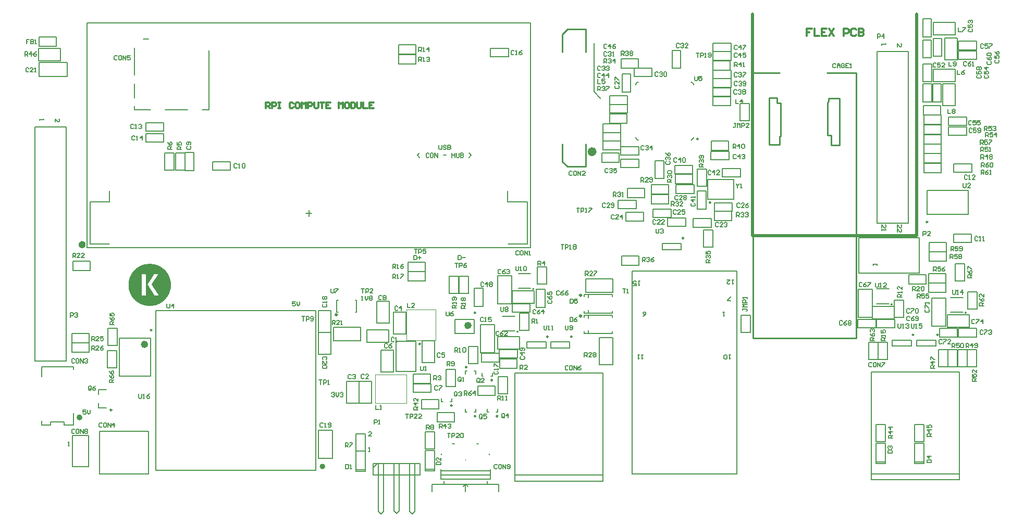
<source format=gto>
G04 Layer_Color=65535*
%FSAX25Y25*%
%MOIN*%
G70*
G01*
G75*
%ADD51C,0.01181*%
%ADD52C,0.01969*%
%ADD56C,0.00984*%
%ADD65C,0.01000*%
%ADD138C,0.02362*%
%ADD139C,0.03000*%
%ADD140C,0.00100*%
%ADD141C,0.00787*%
%ADD142C,0.00394*%
%ADD143C,0.00500*%
%ADD144C,0.00315*%
%ADD145C,0.00709*%
D51*
X0903102Y0196689D02*
G03*
X0903102Y0196689I-0000197J0000000D01*
G01*
X0787612Y0207533D02*
G03*
X0787612Y0207533I-0000557J0000000D01*
G01*
X0913142Y0224051D02*
G03*
X0913142Y0224051I-0000197J0000000D01*
G01*
X0943929Y0220057D02*
G03*
X0943929Y0220057I-0000599J0000000D01*
G01*
Y0206807D02*
G03*
X0943929Y0206807I-0000599J0000000D01*
G01*
X1189717Y0208795D02*
G03*
X1189717Y0208795I-0000197J0000000D01*
G01*
X1142374Y0214209D02*
G03*
X1142374Y0214209I-0000197J0000000D01*
G01*
X0742079Y0339701D02*
Y0343636D01*
X0744047D01*
X0744702Y0342981D01*
Y0341669D01*
X0744047Y0341013D01*
X0742079D01*
X0743391D02*
X0744702Y0339701D01*
X0746014D02*
Y0343636D01*
X0747982D01*
X0748638Y0342981D01*
Y0341669D01*
X0747982Y0341013D01*
X0746014D01*
X0749950Y0343636D02*
X0751262D01*
X0750606D01*
Y0339701D01*
X0749950D01*
X0751262D01*
X0759790Y0342981D02*
X0759134Y0343636D01*
X0757822D01*
X0757166Y0342981D01*
Y0340357D01*
X0757822Y0339701D01*
X0759134D01*
X0759790Y0340357D01*
X0763069Y0343636D02*
X0761757D01*
X0761101Y0342981D01*
Y0340357D01*
X0761757Y0339701D01*
X0763069D01*
X0763725Y0340357D01*
Y0342981D01*
X0763069Y0343636D01*
X0765037Y0339701D02*
Y0343636D01*
X0766349Y0342325D01*
X0767661Y0343636D01*
Y0339701D01*
X0768973D02*
Y0343636D01*
X0770941D01*
X0771597Y0342981D01*
Y0341669D01*
X0770941Y0341013D01*
X0768973D01*
X0772909Y0343636D02*
Y0340357D01*
X0773565Y0339701D01*
X0774876D01*
X0775532Y0340357D01*
Y0343636D01*
X0776844D02*
X0779468D01*
X0778156D01*
Y0339701D01*
X0783404Y0343636D02*
X0780780D01*
Y0339701D01*
X0783404D01*
X0780780Y0341669D02*
X0782092D01*
X0788652Y0339701D02*
Y0343636D01*
X0789963Y0342325D01*
X0791276Y0343636D01*
Y0339701D01*
X0794555Y0343636D02*
X0793243D01*
X0792587Y0342981D01*
Y0340357D01*
X0793243Y0339701D01*
X0794555D01*
X0795211Y0340357D01*
Y0342981D01*
X0794555Y0343636D01*
X0796523D02*
Y0339701D01*
X0798491D01*
X0799147Y0340357D01*
Y0342981D01*
X0798491Y0343636D01*
X0796523D01*
X0800459D02*
Y0340357D01*
X0801115Y0339701D01*
X0802427D01*
X0803083Y0340357D01*
Y0343636D01*
X0804395D02*
Y0339701D01*
X0807018D01*
X0810954Y0343636D02*
X0808330D01*
Y0339701D01*
X0810954D01*
X0808330Y0341669D02*
X0809642D01*
X1091290Y0390880D02*
X1088142D01*
Y0388519D01*
X1089716D01*
X1088142D01*
Y0386157D01*
X1092865Y0390880D02*
Y0386157D01*
X1096013D01*
X1100736Y0390880D02*
X1097587D01*
Y0386157D01*
X1100736D01*
X1097587Y0388519D02*
X1099162D01*
X1102310Y0390880D02*
X1105459Y0386157D01*
Y0390880D02*
X1102310Y0386157D01*
X1111756D02*
Y0390880D01*
X1114118D01*
X1114905Y0390093D01*
Y0388519D01*
X1114118Y0387732D01*
X1111756D01*
X1119628Y0390093D02*
X1118840Y0390880D01*
X1117266D01*
X1116479Y0390093D01*
Y0386945D01*
X1117266Y0386157D01*
X1118840D01*
X1119628Y0386945D01*
X1121202Y0390880D02*
Y0386157D01*
X1123563D01*
X1124350Y0386945D01*
Y0387732D01*
X1123563Y0388519D01*
X1121202D01*
X1123563D01*
X1124350Y0389306D01*
Y0390093D01*
X1123563Y0390880D01*
X1121202D01*
D52*
X0623668Y0141709D02*
G03*
X0623668Y0141709I-0000880J0000000D01*
G01*
X0779035Y0110295D02*
G03*
X0779035Y0110295I-0000787J0000000D01*
G01*
X1158423Y0258045D02*
Y0400045D01*
X1053423Y0258045D02*
X1158423D01*
X1053423D02*
Y0400045D01*
D56*
X0870622Y0173953D02*
G03*
X0870622Y0173953I-0000492J0000000D01*
G01*
X0886961Y0165587D02*
G03*
X0886961Y0165587I-0000492J0000000D01*
G01*
X0861193Y0149313D02*
G03*
X0861193Y0149313I-0000492J0000000D01*
G01*
X0840901Y0188866D02*
G03*
X0840901Y0188866I-0000492J0000000D01*
G01*
X1165405Y0266965D02*
G03*
X1165405Y0266965I-0000492J0000000D01*
G01*
X0876331Y0208795D02*
G03*
X0876331Y0208795I-0000492J0000000D01*
G01*
X1026681Y0279435D02*
G03*
X1026681Y0279435I-0000492J0000000D01*
G01*
X1018634Y0320138D02*
G03*
X1018634Y0320138I-0000492J0000000D01*
G01*
X0669126Y0197673D02*
G03*
X0669126Y0197673I-0000492J0000000D01*
G01*
X0643457Y0146492D02*
G03*
X0643457Y0146492I-0000492J0000000D01*
G01*
X0890443Y0142563D02*
G03*
X0890443Y0142563I-0000492J0000000D01*
G01*
X0876331Y0142555D02*
G03*
X0876331Y0142555I-0000492J0000000D01*
G01*
X0922689Y0193441D02*
G03*
X0922689Y0193441I-0000492J0000000D01*
G01*
X0937945D02*
G03*
X0937945Y0193441I-0000492J0000000D01*
G01*
X1009303Y0256630D02*
G03*
X1009303Y0256630I-0000492J0000000D01*
G01*
X1172098Y0194720D02*
G03*
X1172098Y0194720I-0000492J0000000D01*
G01*
X1156449Y0194720D02*
G03*
X1156449Y0194720I-0000492J0000000D01*
G01*
D65*
X1053604Y0362374D02*
X1070661D01*
X1101161D02*
X1119768D01*
Y0192574D02*
Y0362374D01*
X1053604Y0339174D02*
Y0362374D01*
Y0192574D02*
X1119768D01*
X1053604D02*
Y0339174D01*
X1064016Y0316579D02*
X1070512D01*
Y0321697D01*
X1071299Y0321795D01*
Y0343154D01*
X1069134D02*
X1071299D01*
X1069134D02*
Y0346402D01*
X1101417Y0343350D02*
X1102008Y0344039D01*
Y0346205D01*
X1109094D01*
Y0316087D02*
Y0346205D01*
X1103583Y0316087D02*
X1109094D01*
X1103583D02*
Y0322583D01*
X1101319D02*
X1103583D01*
X1101319D02*
X1101417Y0343350D01*
X1064016Y0316579D02*
Y0346402D01*
X1069134D01*
X0946705Y0302398D02*
Y0316933D01*
X0934894Y0302398D02*
X0946705D01*
X0931705Y0305587D02*
Y0316933D01*
Y0305587D02*
X0934894Y0302398D01*
X0946705Y0375933D02*
Y0390469D01*
X0934894D02*
X0946705D01*
X0931705Y0387280D02*
X0934894Y0390469D01*
X0931705Y0375933D02*
Y0387280D01*
D138*
X0625683Y0252403D02*
G03*
X0625683Y0252403I-0001181J0000000D01*
G01*
X0872492Y0200626D02*
G03*
X0872492Y0200626I-0001181J0000000D01*
G01*
X0665602Y0188520D02*
G03*
X0665602Y0188520I-0001181J0000000D01*
G01*
D139*
X0952119Y0311933D02*
G03*
X0952119Y0311933I-0001414J0000000D01*
G01*
D140*
X0667558Y0240190D02*
X0667658D01*
X0666358Y0240090D02*
X0666458D01*
X0666558D02*
X0668658D01*
X0668758D02*
X0668858D01*
X0665358Y0239990D02*
X0665458D01*
X0665658D02*
X0669558D01*
X0669658D02*
X0669758D01*
X0664958Y0239890D02*
X0670258D01*
X0664558Y0239790D02*
X0670558D01*
X0670658D02*
X0670758D01*
X0664158Y0239690D02*
X0671058D01*
X0663658Y0239590D02*
X0663758D01*
X0663858D02*
X0671458D01*
X0663458Y0239490D02*
X0671758D01*
X0663158Y0239390D02*
X0671958D01*
X0662758Y0239290D02*
X0662858D01*
X0662958D02*
X0672358D01*
X0662658Y0239190D02*
X0672658D01*
X0662358Y0239090D02*
X0672858D01*
X0662158Y0238990D02*
X0673058D01*
X0661958Y0238890D02*
X0673258D01*
X0661658Y0238790D02*
X0673558D01*
X0661458Y0238690D02*
X0673658D01*
X0661258Y0238590D02*
X0673858D01*
X0661158Y0238490D02*
X0674058D01*
X0660958Y0238390D02*
X0674358D01*
X0660758Y0238290D02*
X0674458D01*
X0660658Y0238190D02*
X0674558D01*
X0660458Y0238090D02*
X0674758D01*
X0660258Y0237990D02*
X0674958D01*
X0660158Y0237890D02*
X0675058D01*
X0660058Y0237790D02*
X0675258D01*
X0659858Y0237690D02*
X0675358D01*
X0659758Y0237590D02*
X0675458D01*
X0659558Y0237490D02*
X0675658D01*
X0659458Y0237390D02*
X0675758D01*
X0659258Y0237290D02*
X0675858D01*
X0659258Y0237190D02*
X0676058D01*
X0659158Y0237090D02*
X0676158D01*
X0658958Y0236990D02*
X0676258D01*
X0658758Y0236890D02*
X0676358D01*
X0658758Y0236790D02*
X0676458D01*
X0658658Y0236690D02*
X0676658D01*
X0658558Y0236590D02*
X0676658D01*
X0658358Y0236490D02*
X0676758D01*
X0658258Y0236390D02*
X0676958D01*
X0658258Y0236290D02*
X0676958D01*
X0658058Y0236190D02*
X0677158D01*
X0658058Y0236090D02*
X0677258D01*
X0657858Y0235990D02*
X0677258D01*
X0657758Y0235890D02*
X0677458D01*
X0657758Y0235790D02*
X0677458D01*
X0657658Y0235690D02*
X0677558D01*
X0657558Y0235590D02*
X0677658D01*
X0657458Y0235490D02*
X0677758D01*
X0657458Y0235390D02*
X0677858D01*
X0657258Y0235290D02*
X0677958D01*
X0657158Y0235190D02*
X0678058D01*
X0657158Y0235090D02*
X0678058D01*
X0656958Y0234990D02*
X0678158D01*
X0656958Y0234890D02*
X0678258D01*
X0656958Y0234790D02*
X0678258D01*
X0656758Y0234690D02*
X0678358D01*
X0656758Y0234590D02*
X0678558D01*
X0656758Y0234490D02*
X0678558D01*
X0656558Y0234390D02*
X0678558D01*
X0656558Y0234290D02*
X0678658D01*
X0656458Y0234190D02*
X0678758D01*
X0656358Y0234090D02*
X0678858D01*
X0656358Y0233990D02*
X0678858D01*
X0656258Y0233890D02*
X0678958D01*
X0656258Y0233790D02*
X0678958D01*
X0656158Y0233690D02*
X0662758D01*
X0662858D02*
X0662958D01*
X0663058D02*
X0663158D01*
X0663258D02*
X0663358D01*
X0663658D02*
X0663758D01*
X0663858D02*
X0663958D01*
X0664258D02*
X0664358D01*
X0664458D02*
X0664558D01*
X0664858D02*
X0664958D01*
X0665058D02*
X0670358D01*
X0670458D02*
X0670558D01*
X0670658D02*
X0670858D01*
X0670958D02*
X0671058D01*
X0671258D02*
X0671358D01*
X0671458D02*
X0671658D01*
X0671858D02*
X0671958D01*
X0672058D02*
X0672458D01*
X0672558D02*
X0672758D01*
X0672858D02*
X0672958D01*
X0673058D02*
X0679058D01*
X0656058Y0233590D02*
X0662458D01*
X0665158D02*
X0670158D01*
X0673158D02*
X0679158D01*
X0655958Y0233490D02*
X0662458D01*
X0665258D02*
X0670158D01*
X0673158D02*
X0679158D01*
X0655958Y0233390D02*
X0662358D01*
X0665258D02*
X0669958D01*
X0673158D02*
X0679258D01*
X0655958Y0233290D02*
X0662358D01*
X0665258D02*
X0669858D01*
X0673058D02*
X0679258D01*
X0655858Y0233190D02*
X0662458D01*
X0665258D02*
X0669958D01*
X0672958D02*
X0679358D01*
X0655858Y0233090D02*
X0662358D01*
X0665258D02*
X0669858D01*
X0672958D02*
X0679458D01*
X0655758Y0232990D02*
X0662458D01*
X0665258D02*
X0669758D01*
X0672858D02*
X0679458D01*
X0655658Y0232890D02*
X0662358D01*
X0665258D02*
X0669758D01*
X0672858D02*
X0679458D01*
X0655658Y0232790D02*
X0662358D01*
X0665258D02*
X0669558D01*
X0672758D02*
X0679558D01*
X0655658Y0232690D02*
X0662358D01*
X0665258D02*
X0669558D01*
X0672758D02*
X0679658D01*
X0655558Y0232590D02*
X0662358D01*
X0665258D02*
X0669558D01*
X0672558D02*
X0679658D01*
X0655458Y0232490D02*
X0662458D01*
X0665258D02*
X0669458D01*
X0672558D02*
X0679658D01*
X0655458Y0232390D02*
X0662358D01*
X0665258D02*
X0669458D01*
X0672458D02*
X0679758D01*
X0655458Y0232290D02*
X0662358D01*
X0665258D02*
X0669258D01*
X0672358D02*
X0679858D01*
X0655358Y0232190D02*
X0662358D01*
X0665258D02*
X0669158D01*
X0669258D02*
X0669358D01*
X0672458D02*
X0679858D01*
X0655358Y0232090D02*
X0662458D01*
X0665258D02*
X0669258D01*
X0672258D02*
X0679858D01*
X0655258Y0231990D02*
X0662358D01*
X0665258D02*
X0669158D01*
X0672158D02*
X0679958D01*
X0655258Y0231890D02*
X0662358D01*
X0665258D02*
X0669058D01*
X0672058D02*
X0679958D01*
X0655158Y0231790D02*
X0662358D01*
X0665258D02*
X0669058D01*
X0672158D02*
X0680058D01*
X0655158Y0231690D02*
X0662458D01*
X0665258D02*
X0668958D01*
X0672058D02*
X0680058D01*
X0655158Y0231590D02*
X0662358D01*
X0665258D02*
X0668858D01*
X0671958D02*
X0680058D01*
X0655158Y0231490D02*
X0662458D01*
X0665258D02*
X0668858D01*
X0671858D02*
X0680058D01*
X0655058Y0231390D02*
X0662358D01*
X0665258D02*
X0668758D01*
X0671858D02*
X0680158D01*
X0655058Y0231290D02*
X0662358D01*
X0665258D02*
X0668658D01*
X0671758D02*
X0680158D01*
X0654958Y0231190D02*
X0662458D01*
X0665258D02*
X0668658D01*
X0671658D02*
X0680258D01*
X0654958Y0231090D02*
X0662358D01*
X0665258D02*
X0668458D01*
X0668558D02*
X0668658D01*
X0671658D02*
X0680258D01*
X0654858Y0230990D02*
X0662358D01*
X0665258D02*
X0668558D01*
X0671558D02*
X0680258D01*
X0654958Y0230890D02*
X0662458D01*
X0665258D02*
X0668458D01*
X0671458D02*
X0680358D01*
X0654858Y0230790D02*
X0662358D01*
X0665258D02*
X0668358D01*
X0671458D02*
X0680358D01*
X0654758Y0230690D02*
X0662358D01*
X0665258D02*
X0668358D01*
X0671358D02*
X0680358D01*
X0654858Y0230590D02*
X0662358D01*
X0665258D02*
X0668258D01*
X0671258D02*
X0680458D01*
X0654758Y0230490D02*
X0662458D01*
X0665258D02*
X0668158D01*
X0671258D02*
X0680458D01*
X0654758Y0230390D02*
X0662358D01*
X0665258D02*
X0668158D01*
X0671158D02*
X0680458D01*
X0654758Y0230290D02*
X0662358D01*
X0665258D02*
X0668058D01*
X0671158D02*
X0680458D01*
X0654658Y0230190D02*
X0662358D01*
X0665258D02*
X0667958D01*
X0670958D02*
X0680558D01*
X0654658Y0230090D02*
X0662458D01*
X0665258D02*
X0667958D01*
X0670958D02*
X0680558D01*
X0654658Y0229990D02*
X0662358D01*
X0665258D02*
X0667858D01*
X0670958D02*
X0680558D01*
X0654658Y0229890D02*
X0662458D01*
X0665258D02*
X0667858D01*
X0670858D02*
X0680558D01*
X0654558Y0229790D02*
X0662358D01*
X0665258D02*
X0667758D01*
X0670758D02*
X0680658D01*
X0654558Y0229690D02*
X0662358D01*
X0665258D02*
X0667658D01*
X0670658D02*
X0680658D01*
X0654458Y0229590D02*
X0662458D01*
X0665258D02*
X0667658D01*
X0670658D02*
X0680658D01*
X0654558Y0229490D02*
X0662358D01*
X0665258D02*
X0667558D01*
X0670558D02*
X0680658D01*
X0654458Y0229390D02*
X0662358D01*
X0665258D02*
X0667458D01*
X0670458D02*
X0680758D01*
X0654458Y0229290D02*
X0662458D01*
X0665258D02*
X0667458D01*
X0670358D02*
X0670458D01*
X0670558D02*
X0680758D01*
X0654458Y0229190D02*
X0662358D01*
X0665258D02*
X0667358D01*
X0670458D02*
X0680758D01*
X0654458Y0229090D02*
X0662358D01*
X0665258D02*
X0667258D01*
X0670258D02*
X0680758D01*
X0654458Y0228990D02*
X0662358D01*
X0665258D02*
X0667258D01*
X0670358D02*
X0680758D01*
X0654358Y0228890D02*
X0662458D01*
X0665258D02*
X0667158D01*
X0670158D02*
X0680858D01*
X0654458Y0228790D02*
X0662358D01*
X0665258D02*
X0667158D01*
X0670058D02*
X0680758D01*
X0654358Y0228690D02*
X0662358D01*
X0665258D02*
X0667158D01*
X0670058D02*
X0680858D01*
X0654358Y0228590D02*
X0662358D01*
X0665258D02*
X0666958D01*
X0669958D02*
X0680858D01*
X0654358Y0228490D02*
X0662458D01*
X0665258D02*
X0666858D01*
X0669958D02*
X0680858D01*
X0654358Y0228390D02*
X0662358D01*
X0665258D02*
X0666958D01*
X0669758D02*
X0669858D01*
X0669958D02*
X0680858D01*
X0654358Y0228290D02*
X0662458D01*
X0665258D02*
X0666758D01*
X0669758D02*
X0680858D01*
X0654358Y0228190D02*
X0662358D01*
X0665258D02*
X0666658D01*
X0669758D02*
X0680858D01*
X0654258Y0228090D02*
X0662358D01*
X0665258D02*
X0666758D01*
X0669658D02*
X0680958D01*
X0654358Y0227990D02*
X0662458D01*
X0665258D02*
X0666558D01*
X0669558D02*
X0680858D01*
X0654258Y0227890D02*
X0662358D01*
X0665258D02*
X0666558D01*
X0669558D02*
X0680858D01*
X0654358Y0227790D02*
X0662358D01*
X0665258D02*
X0666458D01*
X0669458D02*
X0680958D01*
X0654258Y0227690D02*
X0662458D01*
X0665258D02*
X0666458D01*
X0669358D02*
X0680958D01*
X0654258Y0227590D02*
X0662358D01*
X0665258D02*
X0666358D01*
X0669358D02*
X0680958D01*
X0654258Y0227490D02*
X0662358D01*
X0665258D02*
X0666258D01*
X0669258D02*
X0680958D01*
X0654258Y0227390D02*
X0662358D01*
X0665258D02*
X0666258D01*
X0669258D02*
X0680958D01*
X0654258Y0227290D02*
X0662458D01*
X0665258D02*
X0666158D01*
X0669158D02*
X0680958D01*
X0654258Y0227190D02*
X0662358D01*
X0665258D02*
X0666158D01*
X0669058D02*
X0680958D01*
X0654258Y0227090D02*
X0662358D01*
X0665258D02*
X0666158D01*
X0668958D02*
X0681058D01*
X0654258Y0226990D02*
X0662358D01*
X0665258D02*
X0666058D01*
X0669058D02*
X0680958D01*
X0654258Y0226890D02*
X0662458D01*
X0665258D02*
X0666158D01*
X0669158D02*
X0680958D01*
X0654258Y0226790D02*
X0662358D01*
X0665258D02*
X0666158D01*
X0669158D02*
X0680958D01*
X0654258Y0226690D02*
X0662458D01*
X0665258D02*
X0666258D01*
X0669258D02*
X0680958D01*
X0654258Y0226590D02*
X0662358D01*
X0665258D02*
X0666258D01*
X0669358D02*
X0681058D01*
X0654258Y0226490D02*
X0662358D01*
X0665258D02*
X0666258D01*
X0669358D02*
X0680958D01*
X0654258Y0226390D02*
X0662458D01*
X0665258D02*
X0666458D01*
X0669458D02*
X0680958D01*
X0654258Y0226290D02*
X0662358D01*
X0665258D02*
X0666358D01*
X0666458D02*
X0666558D01*
X0669558D02*
X0680958D01*
X0654258Y0226190D02*
X0662358D01*
X0665258D02*
X0666458D01*
X0669558D02*
X0680958D01*
X0654258Y0226090D02*
X0662458D01*
X0665258D02*
X0666658D01*
X0669658D02*
X0680958D01*
X0654258Y0225990D02*
X0662358D01*
X0665258D02*
X0666558D01*
X0666658D02*
X0666758D01*
X0669758D02*
X0680958D01*
X0654358Y0225890D02*
X0662358D01*
X0665258D02*
X0666758D01*
X0669758D02*
X0680958D01*
X0654258Y0225790D02*
X0662358D01*
X0665258D02*
X0666858D01*
X0669858D02*
X0680958D01*
X0654258Y0225690D02*
X0662458D01*
X0665258D02*
X0666858D01*
X0669958D02*
X0680858D01*
X0654358Y0225590D02*
X0662358D01*
X0665258D02*
X0666958D01*
X0669958D02*
X0680858D01*
X0654358Y0225490D02*
X0662358D01*
X0665258D02*
X0667058D01*
X0670058D02*
X0680858D01*
X0654258Y0225390D02*
X0662358D01*
X0665258D02*
X0666958D01*
X0667058D02*
X0667158D01*
X0670158D02*
X0680858D01*
X0654358Y0225290D02*
X0662458D01*
X0665258D02*
X0667058D01*
X0670158D02*
X0680858D01*
X0654358Y0225190D02*
X0662358D01*
X0665258D02*
X0667158D01*
X0670258D02*
X0680858D01*
X0654358Y0225090D02*
X0662458D01*
X0665258D02*
X0667258D01*
X0670258D02*
X0680858D01*
X0654358Y0224990D02*
X0662358D01*
X0665258D02*
X0667358D01*
X0670458D02*
X0680858D01*
X0654358Y0224890D02*
X0662358D01*
X0665258D02*
X0667358D01*
X0670358D02*
X0680858D01*
X0654458Y0224790D02*
X0662458D01*
X0665258D02*
X0667458D01*
X0670558D02*
X0680758D01*
X0654458Y0224690D02*
X0662358D01*
X0665258D02*
X0667458D01*
X0670558D02*
X0680758D01*
X0654458Y0224590D02*
X0662358D01*
X0665258D02*
X0667658D01*
X0670558D02*
X0670658D01*
X0670758D02*
X0680858D01*
X0654458Y0224490D02*
X0662458D01*
X0665258D02*
X0667558D01*
X0670758D02*
X0680758D01*
X0654458Y0224390D02*
X0662358D01*
X0665258D02*
X0667758D01*
X0670858D02*
X0680758D01*
X0654458Y0224290D02*
X0662358D01*
X0665258D02*
X0667658D01*
X0667758D02*
X0667858D01*
X0670758D02*
X0680758D01*
X0654558Y0224190D02*
X0662358D01*
X0665258D02*
X0667858D01*
X0670958D02*
X0680758D01*
X0654558Y0224090D02*
X0662458D01*
X0665258D02*
X0667858D01*
X0671058D02*
X0680658D01*
X0654458Y0223990D02*
X0662358D01*
X0665258D02*
X0667958D01*
X0670958D02*
X0680658D01*
X0654558Y0223890D02*
X0662358D01*
X0665258D02*
X0668058D01*
X0671058D02*
X0680658D01*
X0654558Y0223790D02*
X0662358D01*
X0665258D02*
X0668058D01*
X0671258D02*
X0680658D01*
X0654558Y0223690D02*
X0662458D01*
X0665258D02*
X0668158D01*
X0671158D02*
X0680558D01*
X0654658Y0223590D02*
X0662358D01*
X0665258D02*
X0668258D01*
X0671358D02*
X0680658D01*
X0654658Y0223490D02*
X0662458D01*
X0665258D02*
X0668258D01*
X0671358D02*
X0680558D01*
X0654658Y0223390D02*
X0662358D01*
X0665258D02*
X0668358D01*
X0671458D02*
X0680558D01*
X0654758Y0223290D02*
X0662358D01*
X0665258D02*
X0668458D01*
X0671558D02*
X0680458D01*
X0654758Y0223190D02*
X0662458D01*
X0665258D02*
X0668458D01*
X0671558D02*
X0680458D01*
X0654758Y0223090D02*
X0662358D01*
X0665258D02*
X0668558D01*
X0671658D02*
X0680458D01*
X0654858Y0222990D02*
X0662358D01*
X0665258D02*
X0668658D01*
X0671758D02*
X0680358D01*
X0654758Y0222890D02*
X0662458D01*
X0665258D02*
X0668558D01*
X0671758D02*
X0680458D01*
X0654858Y0222790D02*
X0662358D01*
X0665258D02*
X0668758D01*
X0671858D02*
X0680358D01*
X0654958Y0222690D02*
X0662358D01*
X0665258D02*
X0668758D01*
X0671858D02*
X0680358D01*
X0654958Y0222590D02*
X0662458D01*
X0665258D02*
X0668858D01*
X0672058D02*
X0680258D01*
X0654958Y0222490D02*
X0662358D01*
X0665258D02*
X0668958D01*
X0671958D02*
X0680258D01*
X0654958Y0222390D02*
X0662358D01*
X0665258D02*
X0669058D01*
X0672158D02*
X0680158D01*
X0655058Y0222290D02*
X0662358D01*
X0665258D02*
X0669058D01*
X0672158D02*
X0680158D01*
X0655058Y0222190D02*
X0662358D01*
X0665258D02*
X0669058D01*
X0672158D02*
X0672258D01*
X0672358D02*
X0680158D01*
X0655058Y0222090D02*
X0662458D01*
X0665258D02*
X0669258D01*
X0672358D02*
X0680058D01*
X0655158Y0221990D02*
X0662358D01*
X0665258D02*
X0669258D01*
X0672358D02*
X0680158D01*
X0655158Y0221890D02*
X0662358D01*
X0665258D02*
X0669258D01*
X0672458D02*
X0680058D01*
X0655258Y0221790D02*
X0662358D01*
X0665258D02*
X0669458D01*
X0672458D02*
X0679958D01*
X0655258Y0221690D02*
X0662458D01*
X0665258D02*
X0669458D01*
X0672658D02*
X0679958D01*
X0655258Y0221590D02*
X0662358D01*
X0665258D02*
X0669458D01*
X0672658D02*
X0679958D01*
X0655358Y0221490D02*
X0662458D01*
X0665258D02*
X0669658D01*
X0672758D02*
X0679858D01*
X0655358Y0221390D02*
X0662358D01*
X0665258D02*
X0669558D01*
X0672758D02*
X0679858D01*
X0655358Y0221290D02*
X0662358D01*
X0665258D02*
X0669758D01*
X0672858D02*
X0679858D01*
X0655458Y0221190D02*
X0662458D01*
X0665258D02*
X0669658D01*
X0672958D02*
X0679758D01*
X0655458Y0221090D02*
X0662358D01*
X0665258D02*
X0669758D01*
X0672958D02*
X0679758D01*
X0655558Y0220990D02*
X0662358D01*
X0665258D02*
X0669958D01*
X0673058D02*
X0679658D01*
X0655658Y0220890D02*
X0662458D01*
X0665258D02*
X0670058D01*
X0673058D02*
X0679558D01*
X0655658Y0220790D02*
X0662358D01*
X0665258D02*
X0669958D01*
X0673158D02*
X0679558D01*
X0655658Y0220690D02*
X0662358D01*
X0665258D02*
X0670058D01*
X0673258D02*
X0679558D01*
X0655758Y0220590D02*
X0662358D01*
X0665258D02*
X0670158D01*
X0673358D02*
X0679458D01*
X0655858Y0220490D02*
X0662458D01*
X0665258D02*
X0670258D01*
X0673358D02*
X0679358D01*
X0655858Y0220390D02*
X0662358D01*
X0665258D02*
X0670258D01*
X0673458D02*
X0679358D01*
X0655858Y0220290D02*
X0662358D01*
X0665258D02*
X0670358D01*
X0673458D02*
X0679258D01*
X0656058Y0220190D02*
X0662458D01*
X0665258D02*
X0670458D01*
X0673558D02*
X0679258D01*
X0656058Y0220090D02*
X0662458D01*
X0665258D02*
X0670458D01*
X0673558D02*
X0679158D01*
X0656058Y0219990D02*
X0662558D01*
X0665158D02*
X0670758D01*
X0673458D02*
X0679158D01*
X0656158Y0219890D02*
X0662658D01*
X0664958D02*
X0670858D01*
X0673358D02*
X0679158D01*
X0656258Y0219790D02*
X0678958D01*
X0656258Y0219690D02*
X0678958D01*
X0656358Y0219590D02*
X0678858D01*
X0656458Y0219490D02*
X0678758D01*
X0656458Y0219390D02*
X0678758D01*
X0656458Y0219290D02*
X0678758D01*
X0656658Y0219190D02*
X0678558D01*
X0656658Y0219090D02*
X0678558D01*
X0656658Y0218990D02*
X0678458D01*
X0656858Y0218890D02*
X0678358D01*
X0656858Y0218790D02*
X0678358D01*
X0656958Y0218690D02*
X0678258D01*
X0657058Y0218590D02*
X0678158D01*
X0657158Y0218490D02*
X0678058D01*
X0657258Y0218390D02*
X0678058D01*
X0657258Y0218290D02*
X0677958D01*
X0657358Y0218190D02*
X0677858D01*
X0657458Y0218090D02*
X0677758D01*
X0657458Y0217990D02*
X0677658D01*
X0657658Y0217890D02*
X0677558D01*
X0657758Y0217790D02*
X0677458D01*
X0657858Y0217690D02*
X0677458D01*
X0657858Y0217590D02*
X0677258D01*
X0658058Y0217490D02*
X0677258D01*
X0658058Y0217390D02*
X0677158D01*
X0658258Y0217290D02*
X0677058D01*
X0658258Y0217190D02*
X0676858D01*
X0658458Y0217090D02*
X0676758D01*
X0658458Y0216990D02*
X0676658D01*
X0658658Y0216890D02*
X0676658D01*
X0658658Y0216790D02*
X0676458D01*
X0658858Y0216690D02*
X0676358D01*
X0658958Y0216590D02*
X0676258D01*
X0659058Y0216490D02*
X0676158D01*
X0659258Y0216390D02*
X0675958D01*
X0659358Y0216290D02*
X0675958D01*
X0659458Y0216190D02*
X0675758D01*
X0659558Y0216090D02*
X0675658D01*
X0659758Y0215990D02*
X0675458D01*
X0659858Y0215890D02*
X0675258D01*
X0660058Y0215790D02*
X0675258D01*
X0660058Y0215690D02*
X0675058D01*
X0660358Y0215590D02*
X0674958D01*
X0660458Y0215490D02*
X0674758D01*
X0660658Y0215390D02*
X0674558D01*
X0660858Y0215290D02*
X0674458D01*
X0660958Y0215190D02*
X0674258D01*
X0661058Y0215090D02*
X0674058D01*
X0661358Y0214990D02*
X0673858D01*
X0661458Y0214890D02*
X0673758D01*
X0661758Y0214790D02*
X0673558D01*
X0661858Y0214690D02*
X0673258D01*
X0662158Y0214590D02*
X0673058D01*
X0662458Y0214490D02*
X0672858D01*
X0662558Y0214390D02*
X0672658D01*
X0662958Y0214290D02*
X0672358D01*
X0663258Y0214190D02*
X0672058D01*
X0663458Y0214090D02*
X0671758D01*
X0663858Y0213990D02*
X0671358D01*
X0671458D02*
X0671558D01*
X0664258Y0213890D02*
X0671058D01*
X0664558Y0213790D02*
X0670658D01*
X0664958Y0213690D02*
X0670258D01*
X0665658Y0213590D02*
X0669558D01*
X0669658D02*
X0669758D01*
X0666158Y0213490D02*
X0666258D01*
X0666358D02*
X0666458D01*
X0666558D02*
X0668658D01*
X0668858D02*
X0668958D01*
X0667358Y0213390D02*
X0667458D01*
D141*
X0893457Y0197083D02*
X0901429D01*
X0893457Y0206532D02*
X0901429D01*
X1132886Y0266118D02*
X1152886D01*
X1132886D02*
Y0376118D01*
X1152886Y0266118D02*
Y0376118D01*
X1132886D02*
X1152886D01*
X0810748Y0104768D02*
Y0112150D01*
Y0104768D02*
X0840748D01*
Y0112150D01*
X0810787Y0109650D02*
X0813287Y0112150D01*
X0814081Y0081631D02*
Y0111795D01*
Y0081631D02*
X0815748Y0079965D01*
X0817415Y0081631D01*
Y0111795D01*
X0824081Y0081730D02*
Y0111795D01*
Y0081730D02*
X0825748Y0080063D01*
X0827415Y0081730D01*
Y0111795D01*
X0834081Y0081631D02*
Y0111795D01*
Y0081631D02*
X0835787Y0079925D01*
X0837415Y0081552D01*
Y0111795D01*
X0810748Y0112150D02*
X0840748D01*
X0820748Y0189795D02*
Y0197795D01*
X0806748Y0189795D02*
X0820748D01*
X0806748D02*
Y0197795D01*
X0820748D01*
X0801498Y0164795D02*
X0809498D01*
Y0150795D02*
Y0164795D01*
X0801498Y0150795D02*
X0809498D01*
X0801498D02*
Y0164795D01*
X0793498D02*
X0801498D01*
Y0150795D02*
Y0164795D01*
X0793498Y0150795D02*
X0801498D01*
X0793498D02*
Y0164795D01*
X0823498Y0195045D02*
X0831498D01*
X0823498D02*
Y0209045D01*
X0831498D01*
Y0195045D02*
Y0209045D01*
X0841998Y0176795D02*
X0849998D01*
X0841998D02*
Y0190795D01*
X0849998D01*
Y0176795D02*
Y0190795D01*
X0815498Y0184795D02*
X0823498D01*
Y0170795D02*
Y0184795D01*
X0815498Y0170795D02*
X0823498D01*
X0815498D02*
Y0184795D01*
X0836248Y0157795D02*
Y0163295D01*
Y0157795D02*
X0847748D01*
Y0163295D01*
X0836248D02*
X0847748D01*
X0812998Y0202045D02*
X0820998D01*
X0812998D02*
Y0216045D01*
X0820998D01*
Y0202045D02*
Y0216045D01*
X0690411Y0299896D02*
X0695911D01*
Y0311396D01*
X0690411D02*
X0695911D01*
X0690411Y0299896D02*
Y0311396D01*
X0707884Y0300041D02*
Y0305541D01*
Y0300041D02*
X0719384D01*
Y0305541D01*
X0707884D02*
X0719384D01*
X1193400Y0253683D02*
Y0259183D01*
X1181900D02*
X1193400D01*
X1181900Y0253683D02*
Y0259183D01*
Y0253683D02*
X1193400D01*
X1182096Y0298762D02*
Y0304262D01*
Y0298762D02*
X1193596D01*
Y0304262D01*
X1182096D02*
X1193596D01*
X0885738Y0372679D02*
Y0378179D01*
Y0372679D02*
X0897238D01*
Y0378179D01*
X0885738D02*
X0897238D01*
X0775498Y0210045D02*
X0783498D01*
Y0196045D02*
Y0210045D01*
X0775498Y0196045D02*
X0783498D01*
X0775498D02*
Y0210045D01*
X0775748Y0115545D02*
Y0133545D01*
X0784748D01*
Y0115545D02*
Y0133545D01*
X0775748Y0115545D02*
X0784748D01*
X0775498Y0182045D02*
X0783498D01*
X0775498D02*
Y0196045D01*
X0783498D01*
Y0182045D02*
Y0196045D01*
X0999026Y0264116D02*
Y0269616D01*
Y0264116D02*
X1010526D01*
Y0269616D01*
X0999026D02*
X1010526D01*
X1026864Y0263526D02*
Y0269026D01*
X1015364D02*
X1026864D01*
X1015364Y0263526D02*
Y0269026D01*
Y0263526D02*
X1026864D01*
X0972254Y0267561D02*
Y0273061D01*
Y0267561D02*
X0983754D01*
Y0273061D01*
X0972254D02*
X0983754D01*
X1001175Y0269726D02*
Y0275226D01*
X0989675D02*
X1001175D01*
X0989675Y0269726D02*
Y0275226D01*
Y0269726D02*
X1001175D01*
X1040329Y0273801D02*
Y0279301D01*
X1028829D02*
X1040329D01*
X1028829Y0273801D02*
Y0279301D01*
Y0273801D02*
X1040329D01*
X0969829Y0361801D02*
X0975329D01*
X0969829Y0350301D02*
Y0361801D01*
Y0350301D02*
X0975329D01*
Y0361801D01*
X1015829Y0285301D02*
Y0290801D01*
X1004329D02*
X1015829D01*
X1004329Y0285301D02*
Y0290801D01*
Y0285301D02*
X1015829D01*
X0978833Y0275337D02*
Y0280837D01*
X0967333D02*
X0978833D01*
X0967333Y0275337D02*
Y0280837D01*
Y0275337D02*
X0978833D01*
X0989079Y0360051D02*
Y0365551D01*
X0977579D02*
X0989079D01*
X0977579Y0360051D02*
Y0365551D01*
Y0360051D02*
X0989079D01*
X0973329Y0336801D02*
Y0342301D01*
X0961829D02*
X0973329D01*
X0961829Y0336801D02*
Y0342301D01*
Y0336801D02*
X0973329D01*
X1001927Y0365348D02*
X1007427D01*
Y0376848D01*
X1001927D02*
X1007427D01*
X1001927Y0365348D02*
Y0376848D01*
X0969079Y0324301D02*
Y0329801D01*
X0957579D02*
X0969079D01*
X0957579Y0324301D02*
Y0329801D01*
Y0324301D02*
X0969079D01*
X0980579Y0309801D02*
Y0315301D01*
X0969079D02*
X0980579D01*
X0969079Y0309801D02*
Y0315301D01*
Y0309801D02*
X0980579D01*
Y0301801D02*
Y0307301D01*
X0969079D02*
X0980579D01*
X0969079Y0301801D02*
Y0307301D01*
Y0301801D02*
X0980579D01*
X0991002Y0306277D02*
X0996502D01*
X0991002Y0294777D02*
Y0306277D01*
Y0294777D02*
X0996502D01*
Y0306277D01*
X1028014Y0358801D02*
Y0364301D01*
Y0358801D02*
X1039514D01*
Y0364301D01*
X1028014D02*
X1039514D01*
X1027963Y0347482D02*
Y0352982D01*
Y0347482D02*
X1039463D01*
Y0352982D01*
X1027963D02*
X1039463D01*
X1028014Y0353301D02*
Y0358801D01*
Y0353301D02*
X1039514D01*
Y0358801D01*
X1028014D02*
X1039514D01*
X1003579Y0297801D02*
Y0303301D01*
Y0297801D02*
X1015079D01*
Y0303301D01*
X1003579D02*
X1015079D01*
X1018079Y0286801D02*
X1023579D01*
X1018079Y0275301D02*
Y0286801D01*
Y0275301D02*
X1023579D01*
Y0286801D01*
X1034079Y0295801D02*
Y0301301D01*
Y0295801D02*
X1045579D01*
Y0301301D01*
X1034079D02*
X1045579D01*
X1026781Y0306734D02*
Y0312234D01*
Y0306734D02*
X1038282D01*
Y0312234D01*
X1026781D02*
X1038282D01*
X0969079Y0318801D02*
Y0324301D01*
X0957579D02*
X0969079D01*
X0957579Y0318801D02*
Y0324301D01*
Y0318801D02*
X0969079D01*
X1028014Y0370551D02*
Y0376051D01*
Y0370551D02*
X1039514D01*
Y0376051D01*
X1028014D02*
X1039514D01*
X0973329Y0342301D02*
Y0347801D01*
X0961829D02*
X0973329D01*
X0961829Y0342301D02*
Y0347801D01*
Y0342301D02*
X0973329D01*
X1028014Y0376051D02*
Y0381551D01*
Y0376051D02*
X1039514D01*
Y0381551D01*
X1028014D02*
X1039514D01*
X0875451Y0224388D02*
X0880951D01*
X0875451Y0212888D02*
Y0224388D01*
Y0212888D02*
X0880951D01*
Y0224388D01*
X0902947Y0179766D02*
Y0185266D01*
X0891447D02*
X0902947D01*
X0891447Y0179766D02*
Y0185266D01*
Y0179766D02*
X0902947D01*
X1162360Y0356687D02*
X1167860D01*
Y0368187D01*
X1162360D02*
X1167860D01*
X1162360Y0356687D02*
Y0368187D01*
X1162293Y0385636D02*
X1167793D01*
Y0397136D01*
X1162293D02*
X1167793D01*
X1162293Y0385636D02*
Y0397136D01*
X1168561Y0355490D02*
X1174061D01*
X1168561Y0343990D02*
Y0355490D01*
Y0343990D02*
X1174061D01*
Y0355490D01*
X1178718Y0328663D02*
Y0334163D01*
Y0328663D02*
X1190219D01*
Y0334163D01*
X1178718D02*
X1190219D01*
X1168856Y0384624D02*
X1174356D01*
X1168856Y0373124D02*
Y0384624D01*
Y0373124D02*
X1174356D01*
Y0384624D01*
X1185155Y0377268D02*
Y0382768D01*
Y0377268D02*
X1196655D01*
Y0382768D01*
X1185155D02*
X1196655D01*
X1162360Y0355490D02*
X1167860D01*
X1162360Y0343990D02*
Y0355490D01*
Y0343990D02*
X1167860D01*
Y0355490D01*
X1178718Y0322413D02*
Y0327913D01*
Y0322413D02*
X1190219D01*
Y0327913D01*
X1178718D02*
X1190219D01*
X1162293Y0383636D02*
X1167793D01*
X1162293Y0372136D02*
Y0383636D01*
Y0372136D02*
X1167793D01*
Y0383636D01*
X1185155Y0371018D02*
Y0376518D01*
Y0371018D02*
X1196655D01*
Y0376518D01*
X1185155D02*
X1196655D01*
X0627770Y0394451D02*
X0911234D01*
X0627770Y0250403D02*
Y0394451D01*
Y0250403D02*
X0911234D01*
Y0394451D01*
X0769502Y0270435D02*
Y0274372D01*
X0767533Y0272404D02*
X0771470D01*
X0896825Y0279687D02*
Y0286931D01*
Y0279687D02*
X0896864D01*
X0642140D02*
Y0286931D01*
X0642140D01*
X0642140Y0279687D02*
X0642140D01*
X0629738D02*
X0642140D01*
X0629738Y0252719D02*
Y0279687D01*
Y0252719D02*
X0642140D01*
X0896864Y0279687D02*
X0909266D01*
Y0252719D02*
Y0279687D01*
X0896864Y0252719D02*
X0909266D01*
X0604480Y0138953D02*
X0612945D01*
Y0136984D02*
Y0138953D01*
X0604480Y0136984D02*
Y0138953D01*
X0612945Y0136984D02*
X0618850D01*
X0598772D02*
X0604480D01*
X0598772D02*
Y0139346D01*
Y0167693D02*
Y0173992D01*
X0618850Y0136984D02*
Y0144465D01*
Y0172417D02*
Y0173992D01*
X0598772D02*
X0618850D01*
X0805498Y0107295D02*
Y0120295D01*
X0799498D02*
X0805498D01*
X0799498Y0107295D02*
Y0120295D01*
Y0108295D02*
X0805498D01*
X0799498Y0107295D02*
X0805498D01*
X0849998Y0107545D02*
Y0120545D01*
X0843998D02*
X0849998D01*
X0843998Y0107545D02*
Y0120545D01*
Y0108545D02*
X0849998D01*
X0843998Y0107545D02*
X0849998D01*
X1138248Y0112045D02*
Y0125045D01*
X1132248D02*
X1138248D01*
X1132248Y0112045D02*
Y0125045D01*
Y0113045D02*
X1138248D01*
X1132248Y0112045D02*
X1138248D01*
X1162998D02*
Y0125045D01*
X1156998D02*
X1162998D01*
X1156998Y0112045D02*
Y0125045D01*
Y0113045D02*
X1162998D01*
X1156998Y0112045D02*
X1162998D01*
X1027864Y0341577D02*
Y0347077D01*
Y0341577D02*
X1039364D01*
Y0347077D01*
X1027864D02*
X1039364D01*
X0969079Y0313301D02*
Y0318801D01*
X0957579D02*
X0969079D01*
X0957579Y0313301D02*
Y0318801D01*
Y0313301D02*
X0969079D01*
X1169035Y0356862D02*
Y0364862D01*
X1183035D01*
Y0356862D02*
Y0364862D01*
X1169035Y0356862D02*
X1183035D01*
X1168937Y0386783D02*
Y0394783D01*
X1182937D01*
Y0386783D02*
Y0394783D01*
X1168937Y0386783D02*
X1182937D01*
X1174890Y0355559D02*
X1182890D01*
Y0341559D02*
Y0355559D01*
X1174890Y0341559D02*
X1182890D01*
X1174890D02*
Y0355559D01*
X1176169Y0384890D02*
X1184169D01*
Y0370890D02*
Y0384890D01*
X1176169Y0370890D02*
X1184169D01*
X1176169D02*
Y0384890D01*
X0594264Y0177988D02*
X0614264D01*
X0594264Y0327988D02*
X0614264D01*
X0594264Y0177988D02*
Y0327988D01*
X0614264Y0177988D02*
Y0327988D01*
X0869736Y0169425D02*
Y0171394D01*
X0870720D01*
X0876429Y0169425D02*
Y0171394D01*
X0875445D02*
X0876429D01*
X0886862Y0168146D02*
Y0170114D01*
X0885878Y0168146D02*
X0886862D01*
X0880169D02*
Y0170114D01*
Y0168146D02*
X0881153D01*
X0861094Y0151872D02*
Y0153840D01*
X0860110Y0151872D02*
X0861094D01*
X0854401D02*
Y0153840D01*
Y0151872D02*
X0855386D01*
X0836248Y0163545D02*
X0847248D01*
Y0169545D01*
X0836248D02*
X0847248D01*
X0836248Y0163545D02*
Y0169545D01*
X0684207Y0300053D02*
Y0311053D01*
Y0300053D02*
X0690207D01*
Y0311053D01*
X0684207D02*
X0690207D01*
X0677419Y0300053D02*
Y0311053D01*
Y0300053D02*
X0683419D01*
Y0311053D01*
X0677419D02*
X0683419D01*
X0805498Y0120295D02*
Y0131295D01*
X0799498D02*
X0805498D01*
X0799498Y0120295D02*
Y0131295D01*
Y0120295D02*
X0805498D01*
X0849998Y0121498D02*
Y0132498D01*
X0843998D02*
X0849998D01*
X0843998Y0121498D02*
Y0132498D01*
Y0121498D02*
X0849998D01*
X0857248Y0161545D02*
Y0172545D01*
Y0161545D02*
X0863248D01*
Y0172545D01*
X0857248D02*
X0863248D01*
X0877658Y0176228D02*
Y0187228D01*
X0871657D02*
X0877658D01*
X0871657Y0176228D02*
Y0187228D01*
Y0176228D02*
X0877658D01*
X0827030Y0374069D02*
X0838029D01*
X0827030Y0368069D02*
Y0374069D01*
Y0368069D02*
X0838029D01*
Y0374069D01*
X0827077Y0380569D02*
X0838077D01*
X0827077Y0374569D02*
Y0380569D01*
Y0374569D02*
X0838077D01*
Y0380569D01*
X1133665Y0178787D02*
Y0189787D01*
Y0178787D02*
X1139665D01*
Y0189787D01*
X1133665D02*
X1139665D01*
X0832937Y0235224D02*
X0843937D01*
Y0241224D01*
X0832937D02*
X0843937D01*
X0832937Y0235224D02*
Y0241224D01*
X0832951Y0229189D02*
X0843951D01*
Y0235189D01*
X0832951D02*
X0843951D01*
X0832951Y0229189D02*
Y0235189D01*
X0871555Y0221307D02*
Y0232307D01*
X0865555D02*
X0871555D01*
X0865555Y0221307D02*
Y0232307D01*
Y0221307D02*
X0871555D01*
X0865453D02*
Y0232307D01*
X0859453D02*
X0865453D01*
X0859453Y0221307D02*
Y0232307D01*
Y0221307D02*
X0865453D01*
X1153311Y0227252D02*
X1164311D01*
Y0233252D01*
X1153311D02*
X1164311D01*
X1153311Y0227252D02*
Y0233252D01*
X0618567Y0235913D02*
X0629567D01*
Y0241913D01*
X0618567D02*
X0629567D01*
X0618567Y0235913D02*
Y0241913D01*
X0617878Y0195555D02*
X0628878D01*
X0617878Y0189555D02*
Y0195555D01*
Y0189555D02*
X0628878D01*
Y0195555D01*
X0617878Y0183551D02*
X0628878D01*
Y0189551D01*
X0617878D02*
X0628878D01*
X0617878Y0183551D02*
Y0189551D01*
X0988646Y0284831D02*
X0999646D01*
Y0290831D01*
X0988646D02*
X0999646D01*
X0988646Y0284831D02*
Y0290831D01*
X1003829Y0297551D02*
X1014829D01*
X1003829Y0291551D02*
Y0297551D01*
Y0291551D02*
X1014829D01*
Y0297551D01*
X0973390Y0282469D02*
X0984390D01*
Y0288469D01*
X0973390D02*
X0984390D01*
X0973390Y0282469D02*
Y0288469D01*
X0988646Y0284335D02*
X0999646D01*
X0988646Y0278335D02*
Y0284335D01*
Y0278335D02*
X0999646D01*
Y0284335D01*
X1029079Y0273801D02*
X1040079D01*
X1029079Y0267801D02*
Y0273801D01*
Y0267801D02*
X1040079D01*
Y0273801D01*
X0962126Y0336301D02*
X0973126D01*
X0962126Y0330301D02*
Y0336301D01*
Y0330301D02*
X0973126D01*
Y0336301D01*
X1022051Y0250933D02*
Y0261933D01*
Y0250933D02*
X1028051D01*
Y0261933D01*
X1022051D02*
X1028051D01*
X0969650Y0239063D02*
X0980650D01*
Y0245063D01*
X0969650D02*
X0980650D01*
X0969650Y0239063D02*
Y0245063D01*
X0957079Y0305051D02*
X0968079D01*
Y0311051D01*
X0957079D02*
X0968079D01*
X0957079Y0305051D02*
Y0311051D01*
X0969329Y0371551D02*
X0980329D01*
X0969329Y0365551D02*
Y0371551D01*
Y0365551D02*
X0980329D01*
Y0371551D01*
X1023829Y0289801D02*
Y0300801D01*
X1017829D02*
X1023829D01*
X1017829Y0289801D02*
Y0300801D01*
Y0289801D02*
X1023829D01*
X1027032Y0318882D02*
X1038031D01*
X1027032Y0312882D02*
Y0318882D01*
Y0312882D02*
X1038031D01*
Y0318882D01*
X1028014Y0364301D02*
X1039014D01*
Y0370301D01*
X1028014D02*
X1039014D01*
X1028014Y0364301D02*
Y0370301D01*
X0841498Y0147045D02*
X0852498D01*
Y0153045D01*
X0841498D02*
X0852498D01*
X0841498Y0147045D02*
Y0153045D01*
X0851498Y0138795D02*
X0862498D01*
Y0144795D01*
X0851498D02*
X0862498D01*
X0851498Y0138795D02*
Y0144795D01*
X1132248Y0126045D02*
Y0137045D01*
Y0126045D02*
X1138248D01*
Y0137045D01*
X1132248D02*
X1138248D01*
X1156998Y0126045D02*
Y0137045D01*
Y0126045D02*
X1162998D01*
Y0137045D01*
X1156998D02*
X1162998D01*
X0596913Y0379417D02*
X0607913D01*
Y0385417D01*
X0596913D02*
X0607913D01*
X0596913Y0379417D02*
Y0385417D01*
X1178346Y0174161D02*
Y0185161D01*
X1172346D02*
X1178346D01*
X1172346Y0174161D02*
Y0185161D01*
Y0174161D02*
X1178346D01*
X1162957Y0310815D02*
X1173957D01*
Y0316815D01*
X1162957D02*
X1173957D01*
X1162957Y0310815D02*
Y0316815D01*
X1190551Y0174161D02*
Y0185161D01*
X1184551D02*
X1190551D01*
X1184551Y0174161D02*
Y0185161D01*
Y0174161D02*
X1190551D01*
X1184449D02*
Y0185161D01*
X1178449D02*
X1184449D01*
X1178449Y0174161D02*
Y0185161D01*
Y0174161D02*
X1184449D01*
X1162945Y0316837D02*
X1173945D01*
Y0322837D01*
X1162945D02*
X1173945D01*
X1162945Y0316837D02*
Y0322837D01*
X1196653Y0174161D02*
Y0185161D01*
X1190654D02*
X1196653D01*
X1190654Y0174161D02*
Y0185161D01*
Y0174161D02*
X1196653D01*
X1162760Y0335618D02*
X1173760D01*
Y0341618D01*
X1162760D02*
X1173760D01*
X1162760Y0335618D02*
Y0341618D01*
X1162945Y0329337D02*
X1173945D01*
Y0335337D01*
X1162945D02*
X1173945D01*
X1162945Y0329337D02*
Y0335337D01*
X1166094Y0227892D02*
X1177094D01*
X1166094Y0221892D02*
Y0227892D01*
Y0221892D02*
X1177094D01*
Y0227892D01*
X1166094D02*
X1177094D01*
Y0233892D01*
X1166094D02*
X1177094D01*
X1166094Y0227892D02*
Y0233892D01*
X1162858Y0323118D02*
X1173858D01*
Y0329118D01*
X1162858D02*
X1173858D01*
X1162858Y0323118D02*
Y0329118D01*
X1166401Y0247720D02*
X1177402D01*
X1166401Y0241720D02*
Y0247720D01*
Y0241720D02*
X1177402D01*
Y0247720D01*
X1166303Y0247724D02*
X1177303D01*
Y0253724D01*
X1166303D02*
X1177303D01*
X1166303Y0247724D02*
Y0253724D01*
X1162945Y0304693D02*
X1173945D01*
Y0310693D01*
X1162945D02*
X1173945D01*
X1162945Y0304693D02*
Y0310693D01*
Y0298587D02*
X1173945D01*
Y0304587D01*
X1162945D02*
X1173945D01*
X1162945Y0298587D02*
Y0304587D01*
X0825449Y0190441D02*
X0838047D01*
Y0171150D02*
Y0190441D01*
X0825449Y0171150D02*
X0838047D01*
X0825449D02*
Y0190441D01*
X1164913Y0271787D02*
X1191291D01*
X1164913Y0287142D02*
X1191291D01*
X1164913Y0271787D02*
Y0287142D01*
X1191291Y0271787D02*
Y0287142D01*
X0671567Y0107864D02*
X0773929D01*
Y0210226D01*
X0671567D02*
X0773929D01*
X0671567Y0107864D02*
Y0210226D01*
X0863043Y0204563D02*
X0875248D01*
X0863043Y0195508D02*
X0875248D01*
Y0204563D01*
X0863043Y0195508D02*
Y0204563D01*
X1024811Y0281502D02*
X1041346D01*
X1024811D02*
Y0294100D01*
X1041346D01*
Y0281502D02*
Y0294100D01*
X1014402Y0356555D02*
X1015583Y0355374D01*
X0978575D02*
X0979756Y0356555D01*
X0978575Y0320728D02*
X0979756Y0319547D01*
X1014402D02*
X1015583Y0320728D01*
X1013909Y0356555D02*
X1014402D01*
X1015583Y0354882D02*
Y0355374D01*
X0979756Y0356555D02*
X0980248D01*
X0978575Y0354882D02*
Y0355374D01*
Y0320728D02*
Y0321220D01*
X0979756Y0319547D02*
X0980248D01*
X1013909D02*
X1014402D01*
X1015583Y0320728D02*
Y0321220D01*
X0879213Y0183161D02*
Y0201161D01*
X0888213D01*
Y0183161D02*
Y0201161D01*
X0879213Y0183161D02*
X0888213D01*
X1045969Y0207012D02*
X1051968D01*
Y0196012D02*
Y0207012D01*
X1045969Y0196012D02*
X1051968D01*
X1045969D02*
Y0207012D01*
X1045378Y0342839D02*
X1051378D01*
Y0331838D02*
Y0342839D01*
X1045378Y0331838D02*
X1051378D01*
X1045378D02*
Y0342839D01*
X0596791Y0370150D02*
Y0378150D01*
X0610791D01*
Y0370150D02*
Y0378150D01*
X0596791Y0370150D02*
X0610791D01*
X0596858Y0369102D02*
X0614858D01*
Y0360102D02*
Y0369102D01*
X0596858Y0360102D02*
X0614858D01*
X0596858D02*
Y0369102D01*
X0663535Y0383992D02*
X0667079D01*
X0658024Y0361157D02*
Y0378480D01*
Y0346590D02*
Y0355646D01*
Y0338717D02*
Y0341079D01*
Y0338717D02*
X0668260D01*
X0677709D02*
X0691882D01*
X0701331D02*
X0705661D01*
Y0376905D01*
X0676667Y0318151D02*
Y0323652D01*
X0665167D02*
X0676667D01*
X0665167Y0318151D02*
Y0323652D01*
Y0318151D02*
X0676667D01*
Y0325140D02*
Y0330640D01*
X0665167D02*
X0676667D01*
X0665167Y0325140D02*
Y0330640D01*
Y0325140D02*
X0676667D01*
X0640850Y0187941D02*
Y0198941D01*
Y0187941D02*
X0646850D01*
Y0198941D01*
X0640850D02*
X0646850D01*
X0646654Y0173571D02*
Y0184571D01*
X0640654D02*
X0646654D01*
X0640654Y0173571D02*
Y0184571D01*
Y0173571D02*
X0646654D01*
X0648279Y0192457D02*
X0668358D01*
X0648279Y0168047D02*
X0668358D01*
Y0192457D01*
X0648279Y0168047D02*
Y0192457D01*
X0634894Y0156335D02*
Y0159484D01*
X0640012D01*
X0634894Y0147673D02*
Y0150823D01*
Y0147673D02*
X0640012D01*
X0618260Y0129996D02*
X0628496D01*
X0618260Y0110232D02*
X0628496D01*
X0618260D02*
Y0129996D01*
X0628496Y0110232D02*
Y0129996D01*
X0667136Y0105622D02*
Y0132787D01*
X0635640D02*
X0667136D01*
X0635640Y0105622D02*
X0667136D01*
X0635640D02*
Y0132787D01*
X0890335Y0214362D02*
Y0232362D01*
X0899335D01*
Y0214362D02*
Y0232362D01*
X0890335Y0214362D02*
X0899335D01*
X0799260Y0209108D02*
X0800047D01*
Y0216588D01*
Y0216982D01*
X0799260D02*
X0800047D01*
X0787449Y0209108D02*
X0788236D01*
X0787449D02*
Y0209502D01*
Y0216982D01*
X0788236D01*
X0785337Y0190715D02*
Y0199376D01*
X0802659D01*
Y0190715D02*
Y0199376D01*
X0785337Y0190715D02*
X0802659D01*
X0890344Y0145122D02*
Y0147090D01*
X0889360Y0145122D02*
X0890344D01*
X0883652D02*
Y0147090D01*
Y0145122D02*
X0884636D01*
X0876232Y0145114D02*
Y0147083D01*
X0875248Y0145114D02*
X0876232D01*
X0869539D02*
Y0147083D01*
Y0145114D02*
X0870524D01*
X0877819Y0155795D02*
X0888819D01*
Y0161795D01*
X0877819D02*
X0888819D01*
X0877819Y0155795D02*
Y0161795D01*
X0890752Y0156839D02*
Y0167839D01*
Y0156839D02*
X0896752D01*
Y0167839D01*
X0890752D02*
X0896752D01*
X0957592Y0100850D02*
Y0170102D01*
X0901293D02*
X0957592D01*
X0901293Y0100850D02*
Y0170102D01*
Y0100850D02*
X0957592D01*
X0901293Y0104787D02*
X0957514D01*
X0891697Y0173118D02*
X0902697D01*
Y0179118D01*
X0891697D02*
X0902697D01*
X0891697Y0173118D02*
Y0179118D01*
X0879833Y0177207D02*
Y0182707D01*
Y0177207D02*
X0891333D01*
Y0182707D01*
X0879833D02*
X0891333D01*
X0890197Y0185406D02*
Y0193405D01*
X0904197D01*
Y0185406D02*
Y0193405D01*
X0890197Y0185406D02*
X0904197D01*
X0904433Y0197390D02*
Y0208390D01*
Y0197390D02*
X0910433D01*
Y0208390D01*
X0904433D02*
X0910433D01*
X0921213Y0186059D02*
Y0189996D01*
X0909008Y0186059D02*
Y0189996D01*
X0921213D01*
X0909008Y0186059D02*
X0921213D01*
X0936469D02*
Y0189996D01*
X0924264Y0186059D02*
Y0189996D01*
X0936469D01*
X0924264Y0186059D02*
X0936469D01*
X0915018Y0212297D02*
X0920518D01*
Y0223797D01*
X0915018D02*
X0920518D01*
X0915018Y0212297D02*
Y0223797D01*
X0915654Y0227114D02*
Y0238114D01*
Y0227114D02*
X0921653D01*
Y0238114D01*
X0915654D02*
X0921653D01*
X0903496Y0224445D02*
X0911469D01*
X0903496Y0233894D02*
X0911469D01*
X0899646Y0214736D02*
Y0222736D01*
X0913646D01*
Y0214736D02*
Y0222736D01*
X0899646Y0214736D02*
X0913646D01*
X0899616Y0208998D02*
Y0214498D01*
Y0208998D02*
X0911116D01*
Y0214498D01*
X0899616D02*
X0911116D01*
X0946587Y0221965D02*
Y0230626D01*
X0963909D01*
Y0221965D02*
Y0230626D01*
X0946587Y0221965D02*
X0963909D01*
X0963803Y0208640D02*
Y0209919D01*
X0945693Y0208640D02*
Y0209919D01*
X0963803Y0219171D02*
Y0220451D01*
X0945693Y0219171D02*
Y0220451D01*
Y0208640D02*
X0963803D01*
X0945693Y0220451D02*
X0963803D01*
X0948449Y0218482D02*
Y0220451D01*
Y0208640D02*
Y0210608D01*
X0963803Y0195390D02*
Y0196669D01*
X0945693Y0195390D02*
Y0196669D01*
X0963803Y0205921D02*
Y0207201D01*
X0945693Y0205921D02*
Y0207201D01*
Y0195390D02*
X0963803D01*
X0945693Y0207201D02*
X0963803D01*
X0948449Y0205232D02*
Y0207201D01*
Y0195390D02*
Y0197358D01*
X0955167Y0175384D02*
X0963829D01*
X0955167D02*
Y0192707D01*
X0963829D01*
Y0175384D02*
Y0192707D01*
X1007827Y0249248D02*
Y0253185D01*
X0995622Y0249248D02*
Y0253185D01*
X1007827D01*
X0995622Y0249248D02*
X1007827D01*
X0951921Y0350331D02*
Y0381335D01*
Y0350331D02*
X0956153Y0346098D01*
X1196648Y0193250D02*
Y0198750D01*
X1185148D02*
X1196648D01*
X1185148Y0193250D02*
Y0198750D01*
Y0193250D02*
X1196648D01*
X1172943D02*
Y0198750D01*
Y0193250D02*
X1184443D01*
Y0198750D01*
X1172943D02*
X1184443D01*
X1170622Y0187338D02*
Y0191276D01*
X1158417Y0187338D02*
Y0191276D01*
X1170622D01*
X1158417Y0187338D02*
X1170622D01*
X1177894Y0199480D02*
Y0207480D01*
X1191894D01*
Y0199480D02*
Y0207480D01*
X1177894Y0199480D02*
X1191894D01*
X1190850Y0211268D02*
Y0222268D01*
Y0211268D02*
X1196850D01*
Y0222268D01*
X1190850D02*
X1196850D01*
X1168091Y0200189D02*
Y0218189D01*
X1177090D01*
Y0200189D02*
Y0218189D01*
X1168091Y0200189D02*
X1177090D01*
X1180071Y0209189D02*
X1188043D01*
X1180071Y0218638D02*
X1188043D01*
X1189075Y0229279D02*
Y0240280D01*
X1183075D02*
X1189075D01*
X1183075Y0229279D02*
Y0240280D01*
Y0229279D02*
X1189075D01*
X1150098Y0205854D02*
Y0216854D01*
X1144098D02*
X1150098D01*
X1144098Y0205854D02*
Y0216854D01*
Y0205854D02*
X1150098D01*
X1132728Y0214602D02*
X1140701D01*
X1132728Y0224051D02*
X1140701D01*
X1120846Y0205898D02*
Y0223898D01*
X1129846D01*
Y0205898D02*
Y0223898D01*
X1120846Y0205898D02*
X1129846D01*
X1132277Y0199057D02*
Y0204557D01*
X1120778D02*
X1132277D01*
X1120778Y0199057D02*
Y0204557D01*
Y0199057D02*
X1132277D01*
X1154972Y0187339D02*
Y0191276D01*
X1142768Y0187339D02*
Y0191276D01*
X1154972D01*
X1142768Y0187339D02*
X1154972D01*
X1127563Y0178787D02*
Y0189787D01*
Y0178787D02*
X1133563D01*
Y0189787D01*
X1127563D02*
X1133563D01*
X1185563Y0101709D02*
Y0170961D01*
X1129264D02*
X1185563D01*
X1129264Y0101709D02*
Y0170961D01*
Y0101709D02*
X1185563D01*
X1129264Y0105646D02*
X1185484D01*
X1144285Y0199155D02*
Y0204656D01*
X1132785D02*
X1144285D01*
X1132785Y0199155D02*
Y0204656D01*
Y0199155D02*
X1144285D01*
X1130059Y0204697D02*
Y0212697D01*
X1144059D01*
Y0204697D02*
Y0212697D01*
X1130059Y0204697D02*
X1144059D01*
X1160071Y0233992D02*
Y0256827D01*
X1121488D02*
X1160071D01*
X1121488Y0233992D02*
X1160071D01*
X1121488D02*
Y0256827D01*
X0868173Y0097376D02*
X0869748Y0098951D01*
X0871323Y0097376D01*
X0869748Y0094226D02*
Y0098951D01*
X0855968D02*
Y0100919D01*
X0883527Y0098951D02*
Y0100919D01*
X0861480Y0124738D02*
X0862661D01*
X0885102Y0117848D02*
Y0118636D01*
X0854000Y0104659D02*
X0885496D01*
X0854000Y0107415D02*
X0885496D01*
Y0102297D02*
Y0108400D01*
X0854000Y0102297D02*
Y0108400D01*
Y0102297D02*
X0885496D01*
X0854394Y0117848D02*
Y0118636D01*
X0876835Y0124738D02*
X0878016D01*
X0848488Y0094226D02*
Y0098951D01*
X0891008D01*
Y0094226D02*
Y0098951D01*
D142*
X0831996Y0191203D02*
X0850500D01*
X0831996Y0210888D02*
X0850500D01*
X0831996Y0191203D02*
Y0210888D01*
X0850500Y0191203D02*
Y0210888D01*
X0831841Y0150793D02*
Y0169297D01*
X0812156Y0150793D02*
Y0169297D01*
Y0150793D02*
X0831841D01*
X0812156Y0169297D02*
X0831841D01*
D143*
X0976283Y0105382D02*
Y0235382D01*
X1043213D01*
X0976283Y0105382D02*
X1043213D01*
Y0235382D01*
D144*
X0869748Y0114108D02*
Y0114896D01*
D145*
X0852822Y0316085D02*
Y0313789D01*
X0853281Y0313330D01*
X0854200D01*
X0854659Y0313789D01*
Y0316085D01*
X0857414Y0315626D02*
X0856955Y0316085D01*
X0856036D01*
X0855577Y0315626D01*
Y0315166D01*
X0856036Y0314707D01*
X0856955D01*
X0857414Y0314248D01*
Y0313789D01*
X0856955Y0313330D01*
X0856036D01*
X0855577Y0313789D01*
X0858332Y0316085D02*
Y0313330D01*
X0859710D01*
X0860169Y0313789D01*
Y0314248D01*
X0859710Y0314707D01*
X0858332D01*
X0859710D01*
X0860169Y0315166D01*
Y0315626D01*
X0859710Y0316085D01*
X0858332D01*
X0840425Y0308323D02*
X0839047Y0309700D01*
X0840425Y0311078D01*
X0846394Y0310619D02*
X0845935Y0311078D01*
X0845016D01*
X0844557Y0310619D01*
Y0308782D01*
X0845016Y0308323D01*
X0845935D01*
X0846394Y0308782D01*
X0848690Y0311078D02*
X0847771D01*
X0847312Y0310619D01*
Y0308782D01*
X0847771Y0308323D01*
X0848690D01*
X0849149Y0308782D01*
Y0310619D01*
X0848690Y0311078D01*
X0850067Y0308323D02*
Y0311078D01*
X0851904Y0308323D01*
Y0311078D01*
X0855577Y0309700D02*
X0857414D01*
X0861087Y0311078D02*
Y0308323D01*
Y0309700D01*
X0862924D01*
Y0311078D01*
Y0308323D01*
X0863842Y0311078D02*
Y0308782D01*
X0864302Y0308323D01*
X0865220D01*
X0865679Y0308782D01*
Y0311078D01*
X0866597D02*
Y0308323D01*
X0867975D01*
X0868434Y0308782D01*
Y0309241D01*
X0867975Y0309700D01*
X0866597D01*
X0867975D01*
X0868434Y0310159D01*
Y0310619D01*
X0867975Y0311078D01*
X0866597D01*
X0872108Y0308323D02*
X0873485Y0309700D01*
X0872108Y0311078D01*
X0945819Y0180547D02*
Y0183302D01*
X0947196D01*
X0947656Y0182843D01*
Y0181925D01*
X0947196Y0181466D01*
X0945819D01*
X0946737D02*
X0947656Y0180547D01*
X0950411D02*
X0948574D01*
X0950411Y0182384D01*
Y0182843D01*
X0949951Y0183302D01*
X0949033D01*
X0948574Y0182843D01*
X0951329D02*
X0951788Y0183302D01*
X0952706D01*
X0953166Y0182843D01*
Y0182384D01*
X0952706Y0181925D01*
X0953166Y0181466D01*
Y0181006D01*
X0952706Y0180547D01*
X0951788D01*
X0951329Y0181006D01*
Y0181466D01*
X0951788Y0181925D01*
X0951329Y0182384D01*
Y0182843D01*
X0951788Y0181925D02*
X0952706D01*
X0946409Y0232614D02*
Y0235369D01*
X0947787D01*
X0948246Y0234910D01*
Y0233992D01*
X0947787Y0233533D01*
X0946409D01*
X0947328D02*
X0948246Y0232614D01*
X0951001D02*
X0949164D01*
X0951001Y0234451D01*
Y0234910D01*
X0950542Y0235369D01*
X0949624D01*
X0949164Y0234910D01*
X0951919Y0235369D02*
X0953756D01*
Y0234910D01*
X0951919Y0233073D01*
Y0232614D01*
X0590667Y0383893D02*
X0588831D01*
Y0382515D01*
X0589749D01*
X0588831D01*
Y0381138D01*
X0591586Y0383893D02*
Y0381138D01*
X0592963D01*
X0593422Y0381597D01*
Y0382056D01*
X0592963Y0382515D01*
X0591586D01*
X0592963D01*
X0593422Y0382974D01*
Y0383434D01*
X0592963Y0383893D01*
X0591586D01*
X0594341Y0381138D02*
X0595259D01*
X0594800D01*
Y0383893D01*
X0594341Y0383434D01*
X0660779Y0156727D02*
Y0154432D01*
X0661239Y0153972D01*
X0662157D01*
X0662616Y0154432D01*
Y0156727D01*
X0663534Y0153972D02*
X0664453D01*
X0663994D01*
Y0156727D01*
X0663534Y0156268D01*
X0667667Y0156727D02*
X0666749Y0156268D01*
X0665830Y0155350D01*
Y0154432D01*
X0666290Y0153972D01*
X0667208D01*
X0667667Y0154432D01*
Y0154891D01*
X0667208Y0155350D01*
X0665830D01*
X1154874Y0201708D02*
Y0199412D01*
X1155333Y0198953D01*
X1156252D01*
X1156711Y0199412D01*
Y0201708D01*
X1157629Y0198953D02*
X1158547D01*
X1158088D01*
Y0201708D01*
X1157629Y0201249D01*
X1161761Y0201708D02*
X1159925D01*
Y0200330D01*
X1160843Y0200789D01*
X1161302D01*
X1161761Y0200330D01*
Y0199412D01*
X1161302Y0198953D01*
X1160384D01*
X1159925Y0199412D01*
X1181350Y0223361D02*
Y0221065D01*
X1181810Y0220606D01*
X1182728D01*
X1183187Y0221065D01*
Y0223361D01*
X1184105Y0220606D02*
X1185024D01*
X1184565D01*
Y0223361D01*
X1184105Y0222902D01*
X1187779Y0220606D02*
Y0223361D01*
X1186401Y0221984D01*
X1188238D01*
X1146409Y0201708D02*
Y0199412D01*
X1146869Y0198953D01*
X1147787D01*
X1148246Y0199412D01*
Y0201708D01*
X1149164Y0198953D02*
X1150083D01*
X1149624D01*
Y0201708D01*
X1149164Y0201249D01*
X1151460D02*
X1151919Y0201708D01*
X1152838D01*
X1153297Y0201249D01*
Y0200789D01*
X1152838Y0200330D01*
X1152379D01*
X1152838D01*
X1153297Y0199871D01*
Y0199412D01*
X1152838Y0198953D01*
X1151919D01*
X1151460Y0199412D01*
X1132039Y0227889D02*
Y0225593D01*
X1132498Y0225134D01*
X1133417D01*
X1133876Y0225593D01*
Y0227889D01*
X1134794Y0225134D02*
X1135713D01*
X1135254D01*
Y0227889D01*
X1134794Y0227430D01*
X1138927Y0225134D02*
X1137090D01*
X1138927Y0226971D01*
Y0227430D01*
X1138468Y0227889D01*
X1137549D01*
X1137090Y0227430D01*
X0919835Y0200625D02*
Y0198329D01*
X0920294Y0197870D01*
X0921212D01*
X0921671Y0198329D01*
Y0200625D01*
X0922590Y0197870D02*
X0923508D01*
X0923049D01*
Y0200625D01*
X0922590Y0200166D01*
X0924885Y0197870D02*
X0925804D01*
X0925345D01*
Y0200625D01*
X0924885Y0200166D01*
X0901921Y0238420D02*
Y0236124D01*
X0902380Y0235665D01*
X0903299D01*
X0903758Y0236124D01*
Y0238420D01*
X0904676Y0235665D02*
X0905595D01*
X0905135D01*
Y0238420D01*
X0904676Y0237961D01*
X0906972D02*
X0907431Y0238420D01*
X0908350D01*
X0908809Y0237961D01*
Y0236124D01*
X0908350Y0235665D01*
X0907431D01*
X0906972Y0236124D01*
Y0237961D01*
X0933614Y0200625D02*
Y0198329D01*
X0934073Y0197870D01*
X0934992D01*
X0935451Y0198329D01*
Y0200625D01*
X0936369Y0198329D02*
X0936828Y0197870D01*
X0937747D01*
X0938206Y0198329D01*
Y0200166D01*
X0937747Y0200625D01*
X0936828D01*
X0936369Y0200166D01*
Y0199707D01*
X0936828Y0199248D01*
X0938206D01*
X0892300Y0212355D02*
Y0210059D01*
X0892759Y0209600D01*
X0893678D01*
X0894137Y0210059D01*
Y0212355D01*
X0895055Y0211896D02*
X0895514Y0212355D01*
X0896432D01*
X0896892Y0211896D01*
Y0211437D01*
X0896432Y0210978D01*
X0896892Y0210518D01*
Y0210059D01*
X0896432Y0209600D01*
X0895514D01*
X0895055Y0210059D01*
Y0210518D01*
X0895514Y0210978D01*
X0895055Y0211437D01*
Y0211896D01*
X0895514Y0210978D02*
X0896432D01*
X0783713Y0224247D02*
Y0221951D01*
X0784172Y0221492D01*
X0785090D01*
X0785549Y0221951D01*
Y0224247D01*
X0786468D02*
X0788304D01*
Y0223788D01*
X0786468Y0221951D01*
Y0221492D01*
X0991587Y0262534D02*
Y0260239D01*
X0992046Y0259780D01*
X0992964D01*
X0993423Y0260239D01*
Y0262534D01*
X0994342Y0262075D02*
X0994801Y0262534D01*
X0995719D01*
X0996178Y0262075D01*
Y0261616D01*
X0995719Y0261157D01*
X0995260D01*
X0995719D01*
X0996178Y0260698D01*
Y0260239D01*
X0995719Y0259780D01*
X0994801D01*
X0994342Y0260239D01*
X1193752Y0231236D02*
X1190997D01*
Y0232614D01*
X1191456Y0233073D01*
X1192374D01*
X1192834Y0232614D01*
Y0231236D01*
Y0232154D02*
X1193752Y0233073D01*
X1190997Y0235828D02*
X1191456Y0234910D01*
X1192374Y0233991D01*
X1193293D01*
X1193752Y0234450D01*
Y0235369D01*
X1193293Y0235828D01*
X1192834D01*
X1192374Y0235369D01*
Y0233991D01*
X1190997Y0236746D02*
Y0238583D01*
X1191456D01*
X1193293Y0236746D01*
X1193752D01*
X0644638Y0164110D02*
X0641883D01*
Y0165488D01*
X0642342Y0165947D01*
X0643260D01*
X0643719Y0165488D01*
Y0164110D01*
Y0165029D02*
X0644638Y0165947D01*
X0641883Y0168702D02*
X0642342Y0167784D01*
X0643260Y0166865D01*
X0644179D01*
X0644638Y0167324D01*
Y0168243D01*
X0644179Y0168702D01*
X0643719D01*
X0643260Y0168243D01*
Y0166865D01*
X0641883Y0171457D02*
X0642342Y0170539D01*
X0643260Y0169620D01*
X0644179D01*
X0644638Y0170079D01*
Y0170998D01*
X0644179Y0171457D01*
X0643719D01*
X0643260Y0170998D01*
Y0169620D01*
X0644933Y0201217D02*
X0642178D01*
Y0202594D01*
X0642637Y0203053D01*
X0643555D01*
X0644015Y0202594D01*
Y0201217D01*
Y0202135D02*
X0644933Y0203053D01*
X0642178Y0205808D02*
X0642637Y0204890D01*
X0643555Y0203972D01*
X0644474D01*
X0644933Y0204431D01*
Y0205349D01*
X0644474Y0205808D01*
X0644015D01*
X0643555Y0205349D01*
Y0203972D01*
X0642178Y0208563D02*
Y0206727D01*
X0643555D01*
X0643096Y0207645D01*
Y0208104D01*
X0643555Y0208563D01*
X0644474D01*
X0644933Y0208104D01*
Y0207186D01*
X0644474Y0206727D01*
X0868949Y0155941D02*
Y0158696D01*
X0870326D01*
X0870786Y0158237D01*
Y0157318D01*
X0870326Y0156859D01*
X0868949D01*
X0869867D02*
X0870786Y0155941D01*
X0873540Y0158696D02*
X0872622Y0158237D01*
X0871704Y0157318D01*
Y0156400D01*
X0872163Y0155941D01*
X0873081D01*
X0873540Y0156400D01*
Y0156859D01*
X0873081Y0157318D01*
X0871704D01*
X0875836Y0155941D02*
Y0158696D01*
X0874459Y0157318D01*
X0876295D01*
X1131350Y0190980D02*
X1128595D01*
Y0192358D01*
X1129055Y0192817D01*
X1129973D01*
X1130432Y0192358D01*
Y0190980D01*
Y0191899D02*
X1131350Y0192817D01*
X1128595Y0195572D02*
X1129055Y0194654D01*
X1129973Y0193735D01*
X1130891D01*
X1131350Y0194194D01*
Y0195113D01*
X1130891Y0195572D01*
X1130432D01*
X1129973Y0195113D01*
Y0193735D01*
X1129055Y0196490D02*
X1128595Y0196950D01*
Y0197868D01*
X1129055Y0198327D01*
X1129514D01*
X1129973Y0197868D01*
Y0197409D01*
Y0197868D01*
X1130432Y0198327D01*
X1130891D01*
X1131350Y0197868D01*
Y0196950D01*
X1130891Y0196490D01*
X1201232Y0213323D02*
X1198477D01*
Y0214700D01*
X1198936Y0215160D01*
X1199855D01*
X1200314Y0214700D01*
Y0213323D01*
Y0214241D02*
X1201232Y0215160D01*
X1198477Y0217915D02*
X1198936Y0216996D01*
X1199855Y0216078D01*
X1200773D01*
X1201232Y0216537D01*
Y0217455D01*
X1200773Y0217915D01*
X1200314D01*
X1199855Y0217455D01*
Y0216078D01*
X1201232Y0220670D02*
Y0218833D01*
X1199396Y0220670D01*
X1198936D01*
X1198477Y0220210D01*
Y0219292D01*
X1198936Y0218833D01*
X0784500Y0201118D02*
Y0203873D01*
X0785878D01*
X0786337Y0203414D01*
Y0202496D01*
X0785878Y0202036D01*
X0784500D01*
X0785418D02*
X0786337Y0201118D01*
X0789092D02*
X0787255D01*
X0789092Y0202955D01*
Y0203414D01*
X0788632Y0203873D01*
X0787714D01*
X0787255Y0203414D01*
X0790010Y0201118D02*
X0790928D01*
X0790469D01*
Y0203873D01*
X0790010Y0203414D01*
X1148870Y0218736D02*
X1146115D01*
Y0220114D01*
X1146574Y0220573D01*
X1147493D01*
X1147952Y0220114D01*
Y0218736D01*
Y0219654D02*
X1148870Y0220573D01*
Y0221491D02*
Y0222410D01*
Y0221950D01*
X1146115D01*
X1146574Y0221491D01*
X1148870Y0225624D02*
Y0223787D01*
X1147033Y0225624D01*
X1146574D01*
X1146115Y0225165D01*
Y0224246D01*
X1146574Y0223787D01*
X0890405Y0152890D02*
Y0155645D01*
X0891783D01*
X0892242Y0155186D01*
Y0154267D01*
X0891783Y0153808D01*
X0890405D01*
X0891324D02*
X0892242Y0152890D01*
X0893161D02*
X0894079D01*
X0893620D01*
Y0155645D01*
X0893161Y0155186D01*
X0895456Y0152890D02*
X0896375D01*
X0895916D01*
Y0155645D01*
X0895456Y0155186D01*
X0916094Y0239209D02*
Y0241964D01*
X0917472D01*
X0917931Y0241505D01*
Y0240586D01*
X0917472Y0240127D01*
X0916094D01*
X0917013D02*
X0917931Y0239209D01*
X0920227D02*
Y0241964D01*
X0918849Y0240586D01*
X0920686D01*
X0904579Y0172378D02*
Y0175133D01*
X0905956D01*
X0906415Y0174674D01*
Y0173755D01*
X0905956Y0173296D01*
X0904579D01*
X0905497D02*
X0906415Y0172378D01*
X0909170D02*
X0907334D01*
X0909170Y0174215D01*
Y0174674D01*
X0908711Y0175133D01*
X0907793D01*
X0907334Y0174674D01*
X0912256Y0202102D02*
Y0204857D01*
X0913633D01*
X0914093Y0204398D01*
Y0203480D01*
X0913633Y0203021D01*
X0912256D01*
X0913174D02*
X0914093Y0202102D01*
X0915011D02*
X0915929D01*
X0915470D01*
Y0204857D01*
X0915011Y0204398D01*
X0630333Y0159550D02*
Y0161386D01*
X0629874Y0161846D01*
X0628955D01*
X0628496Y0161386D01*
Y0159550D01*
X0628955Y0159090D01*
X0629874D01*
X0629414Y0160009D02*
X0630333Y0159090D01*
X0629874D02*
X0630333Y0159550D01*
X0633088Y0161846D02*
X0632169Y0161386D01*
X0631251Y0160468D01*
Y0159550D01*
X0631710Y0159090D01*
X0632629D01*
X0633088Y0159550D01*
Y0160009D01*
X0632629Y0160468D01*
X0631251D01*
X0880431Y0141439D02*
Y0143276D01*
X0879972Y0143735D01*
X0879054D01*
X0878594Y0143276D01*
Y0141439D01*
X0879054Y0140980D01*
X0879972D01*
X0879513Y0141899D02*
X0880431Y0140980D01*
X0879972D02*
X0880431Y0141439D01*
X0883186Y0143735D02*
X0881349D01*
Y0142358D01*
X0882268Y0142817D01*
X0882727D01*
X0883186Y0142358D01*
Y0141439D01*
X0882727Y0140980D01*
X0881809D01*
X0881349Y0141439D01*
X0894703Y0141833D02*
Y0143670D01*
X0894244Y0144129D01*
X0893325D01*
X0892866Y0143670D01*
Y0141833D01*
X0893325Y0141374D01*
X0894244D01*
X0893784Y0142292D02*
X0894703Y0141374D01*
X0894244D02*
X0894703Y0141833D01*
X0896999Y0141374D02*
Y0144129D01*
X0895621Y0142752D01*
X0897458D01*
X1133200Y0384600D02*
Y0387355D01*
X1134577D01*
X1135037Y0386896D01*
Y0385978D01*
X1134577Y0385518D01*
X1133200D01*
X1137333Y0384600D02*
Y0387355D01*
X1135955Y0385978D01*
X1137792D01*
X1162453Y0258106D02*
Y0260861D01*
X1163830D01*
X1164289Y0260402D01*
Y0259484D01*
X1163830Y0259025D01*
X1162453D01*
X1167044Y0258106D02*
X1165208D01*
X1167044Y0259943D01*
Y0260402D01*
X1166585Y0260861D01*
X1165667D01*
X1165208Y0260402D01*
X0936567Y0205842D02*
Y0203087D01*
X0937944D01*
X0938404Y0203546D01*
Y0205382D01*
X0937944Y0205842D01*
X0936567D01*
X0941159D02*
X0940240Y0205382D01*
X0939322Y0204464D01*
Y0203546D01*
X0939781Y0203087D01*
X0940699D01*
X0941159Y0203546D01*
Y0204005D01*
X0940699Y0204464D01*
X0939322D01*
X0936665Y0217653D02*
Y0214898D01*
X0938043D01*
X0938502Y0215357D01*
Y0217193D01*
X0938043Y0217653D01*
X0936665D01*
X0941257D02*
X0939420D01*
Y0216275D01*
X0940339Y0216734D01*
X0940798D01*
X0941257Y0216275D01*
Y0215357D01*
X0940798Y0214898D01*
X0939880D01*
X0939420Y0215357D01*
X0619703Y0133827D02*
X0619244Y0134286D01*
X0618325D01*
X0617866Y0133827D01*
Y0131991D01*
X0618325Y0131532D01*
X0619244D01*
X0619703Y0131991D01*
X0621999Y0134286D02*
X0621080D01*
X0620621Y0133827D01*
Y0131991D01*
X0621080Y0131532D01*
X0621999D01*
X0622458Y0131991D01*
Y0133827D01*
X0621999Y0134286D01*
X0623376Y0131532D02*
Y0134286D01*
X0625213Y0131532D01*
Y0134286D01*
X0626131Y0133827D02*
X0626590Y0134286D01*
X0627509D01*
X0627968Y0133827D01*
Y0133368D01*
X0627509Y0132909D01*
X0627968Y0132450D01*
Y0131991D01*
X0627509Y0131532D01*
X0626590D01*
X0626131Y0131991D01*
Y0132450D01*
X0626590Y0132909D01*
X0626131Y0133368D01*
Y0133827D01*
X0626590Y0132909D02*
X0627509D01*
X1129644Y0176347D02*
X1129185Y0176806D01*
X1128266D01*
X1127807Y0176347D01*
Y0174510D01*
X1128266Y0174051D01*
X1129185D01*
X1129644Y0174510D01*
X1131940Y0176806D02*
X1131021D01*
X1130562Y0176347D01*
Y0174510D01*
X1131021Y0174051D01*
X1131940D01*
X1132399Y0174510D01*
Y0176347D01*
X1131940Y0176806D01*
X1133317Y0174051D02*
Y0176806D01*
X1135154Y0174051D01*
Y0176806D01*
X1136072D02*
X1137909D01*
Y0176347D01*
X1136072Y0174510D01*
Y0174051D01*
X0935352Y0174379D02*
X0934893Y0174838D01*
X0933975D01*
X0933516Y0174379D01*
Y0172542D01*
X0933975Y0172083D01*
X0934893D01*
X0935352Y0172542D01*
X0937648Y0174838D02*
X0936730D01*
X0936271Y0174379D01*
Y0172542D01*
X0936730Y0172083D01*
X0937648D01*
X0938107Y0172542D01*
Y0174379D01*
X0937648Y0174838D01*
X0939026Y0172083D02*
Y0174838D01*
X0940862Y0172083D01*
Y0174838D01*
X0943618D02*
X0942699Y0174379D01*
X0941781Y0173460D01*
Y0172542D01*
X0942240Y0172083D01*
X0943158D01*
X0943618Y0172542D01*
Y0173001D01*
X0943158Y0173460D01*
X0941781D01*
X0646967Y0373099D02*
X0646507Y0373558D01*
X0645589D01*
X0645130Y0373099D01*
Y0371262D01*
X0645589Y0370803D01*
X0646507D01*
X0646967Y0371262D01*
X0649262Y0373558D02*
X0648344D01*
X0647885Y0373099D01*
Y0371262D01*
X0648344Y0370803D01*
X0649262D01*
X0649722Y0371262D01*
Y0373099D01*
X0649262Y0373558D01*
X0650640Y0370803D02*
Y0373558D01*
X0652477Y0370803D01*
Y0373558D01*
X0655232D02*
X0653395D01*
Y0372181D01*
X0654313Y0372640D01*
X0654773D01*
X0655232Y0372181D01*
Y0371262D01*
X0654773Y0370803D01*
X0653854D01*
X0653395Y0371262D01*
X0637321Y0137666D02*
X0636862Y0138125D01*
X0635943D01*
X0635484Y0137666D01*
Y0135829D01*
X0635943Y0135370D01*
X0636862D01*
X0637321Y0135829D01*
X0639617Y0138125D02*
X0638698D01*
X0638239Y0137666D01*
Y0135829D01*
X0638698Y0135370D01*
X0639617D01*
X0640076Y0135829D01*
Y0137666D01*
X0639617Y0138125D01*
X0640994Y0135370D02*
Y0138125D01*
X0642831Y0135370D01*
Y0138125D01*
X0645127Y0135370D02*
Y0138125D01*
X0643749Y0136748D01*
X0645586D01*
X1195490Y0204005D02*
X1195031Y0204464D01*
X1194113D01*
X1193653Y0204005D01*
Y0202168D01*
X1194113Y0201709D01*
X1195031D01*
X1195490Y0202168D01*
X1196408Y0204464D02*
X1198245D01*
Y0204005D01*
X1196408Y0202168D01*
Y0201709D01*
X1200541D02*
Y0204464D01*
X1199164Y0203086D01*
X1201000D01*
X1200707Y0197213D02*
X1200248Y0197672D01*
X1199329D01*
X1198870Y0197213D01*
Y0195377D01*
X1199329Y0194917D01*
X1200248D01*
X1200707Y0195377D01*
X1201625Y0197672D02*
X1203462D01*
Y0197213D01*
X1201625Y0195377D01*
Y0194917D01*
X1204380Y0197213D02*
X1204839Y0197672D01*
X1205758D01*
X1206217Y0197213D01*
Y0196754D01*
X1205758Y0196295D01*
X1205298D01*
X1205758D01*
X1206217Y0195836D01*
Y0195377D01*
X1205758Y0194917D01*
X1204839D01*
X1204380Y0195377D01*
X1174526Y0191209D02*
X1174067Y0191668D01*
X1173148D01*
X1172689Y0191209D01*
Y0189373D01*
X1173148Y0188913D01*
X1174067D01*
X1174526Y0189373D01*
X1175444Y0191668D02*
X1177281D01*
Y0191209D01*
X1175444Y0189373D01*
Y0188913D01*
X1180036D02*
X1178199D01*
X1180036Y0190750D01*
Y0191209D01*
X1179576Y0191668D01*
X1178658D01*
X1178199Y0191209D01*
X1163995Y0210927D02*
X1163536Y0210468D01*
Y0209550D01*
X1163995Y0209090D01*
X1165832D01*
X1166291Y0209550D01*
Y0210468D01*
X1165832Y0210927D01*
X1163536Y0211845D02*
Y0213682D01*
X1163995D01*
X1165832Y0211845D01*
X1166291D01*
Y0214601D02*
Y0215519D01*
Y0215060D01*
X1163536D01*
X1163995Y0214601D01*
X1153856Y0210894D02*
X1153397Y0211353D01*
X1152479D01*
X1152020Y0210894D01*
Y0209058D01*
X1152479Y0208598D01*
X1153397D01*
X1153856Y0209058D01*
X1154775Y0211353D02*
X1156611D01*
Y0210894D01*
X1154775Y0209058D01*
Y0208598D01*
X1157530Y0210894D02*
X1157989Y0211353D01*
X1158907D01*
X1159366Y0210894D01*
Y0209058D01*
X1158907Y0208598D01*
X1157989D01*
X1157530Y0209058D01*
Y0210894D01*
X1153955Y0205973D02*
X1153496Y0206432D01*
X1152577D01*
X1152118Y0205973D01*
Y0204136D01*
X1152577Y0203677D01*
X1153496D01*
X1153955Y0204136D01*
X1156710Y0206432D02*
X1155791Y0205973D01*
X1154873Y0205055D01*
Y0204136D01*
X1155332Y0203677D01*
X1156251D01*
X1156710Y0204136D01*
Y0204595D01*
X1156251Y0205055D01*
X1154873D01*
X1157628Y0204136D02*
X1158087Y0203677D01*
X1159006D01*
X1159465Y0204136D01*
Y0205973D01*
X1159006Y0206432D01*
X1158087D01*
X1157628Y0205973D01*
Y0205514D01*
X1158087Y0205055D01*
X1159465D01*
X1110845Y0203217D02*
X1110385Y0203676D01*
X1109467D01*
X1109008Y0203217D01*
Y0201380D01*
X1109467Y0200921D01*
X1110385D01*
X1110845Y0201380D01*
X1113599Y0203676D02*
X1112681Y0203217D01*
X1111763Y0202299D01*
Y0201380D01*
X1112222Y0200921D01*
X1113140D01*
X1113599Y0201380D01*
Y0201840D01*
X1113140Y0202299D01*
X1111763D01*
X1114518Y0203217D02*
X1114977Y0203676D01*
X1115895D01*
X1116355Y0203217D01*
Y0202758D01*
X1115895Y0202299D01*
X1116355Y0201840D01*
Y0201380D01*
X1115895Y0200921D01*
X1114977D01*
X1114518Y0201380D01*
Y0201840D01*
X1114977Y0202299D01*
X1114518Y0202758D01*
Y0203217D01*
X1114977Y0202299D02*
X1115895D01*
X1123345Y0227725D02*
X1122885Y0228184D01*
X1121967D01*
X1121508Y0227725D01*
Y0225888D01*
X1121967Y0225429D01*
X1122885D01*
X1123345Y0225888D01*
X1126099Y0228184D02*
X1125181Y0227725D01*
X1124263Y0226807D01*
Y0225888D01*
X1124722Y0225429D01*
X1125640D01*
X1126099Y0225888D01*
Y0226347D01*
X1125640Y0226807D01*
X1124263D01*
X1127018Y0228184D02*
X1128855D01*
Y0227725D01*
X1127018Y0225888D01*
Y0225429D01*
X0929841Y0222410D02*
X0929381Y0222869D01*
X0928463D01*
X0928004Y0222410D01*
Y0220573D01*
X0928463Y0220114D01*
X0929381D01*
X0929841Y0220573D01*
X0932596Y0222869D02*
X0931677Y0222410D01*
X0930759Y0221492D01*
Y0220573D01*
X0931218Y0220114D01*
X0932136D01*
X0932596Y0220573D01*
Y0221033D01*
X0932136Y0221492D01*
X0930759D01*
X0935351Y0222869D02*
X0934432Y0222410D01*
X0933514Y0221492D01*
Y0220573D01*
X0933973Y0220114D01*
X0934892D01*
X0935351Y0220573D01*
Y0221033D01*
X0934892Y0221492D01*
X0933514D01*
X0922755Y0216734D02*
X0922296Y0216275D01*
Y0215357D01*
X0922755Y0214898D01*
X0924592D01*
X0925051Y0215357D01*
Y0216275D01*
X0924592Y0216734D01*
X0922296Y0219489D02*
X0922755Y0218571D01*
X0923674Y0217653D01*
X0924592D01*
X0925051Y0218112D01*
Y0219030D01*
X0924592Y0219489D01*
X0924133D01*
X0923674Y0219030D01*
Y0217653D01*
X0922296Y0222244D02*
Y0220408D01*
X0923674D01*
X0923215Y0221326D01*
Y0221785D01*
X0923674Y0222244D01*
X0924592D01*
X0925051Y0221785D01*
Y0220867D01*
X0924592Y0220408D01*
X0914683Y0210304D02*
X0914224Y0210763D01*
X0913306D01*
X0912846Y0210304D01*
Y0208467D01*
X0913306Y0208008D01*
X0914224D01*
X0914683Y0208467D01*
X0917438Y0210763D02*
X0916520Y0210304D01*
X0915601Y0209385D01*
Y0208467D01*
X0916061Y0208008D01*
X0916979D01*
X0917438Y0208467D01*
Y0208926D01*
X0916979Y0209385D01*
X0915601D01*
X0919734Y0208008D02*
Y0210763D01*
X0918357Y0209385D01*
X0920193D01*
X0892439Y0236091D02*
X0891980Y0236550D01*
X0891061D01*
X0890602Y0236091D01*
Y0234254D01*
X0891061Y0233795D01*
X0891980D01*
X0892439Y0234254D01*
X0895194Y0236550D02*
X0894276Y0236091D01*
X0893357Y0235173D01*
Y0234254D01*
X0893816Y0233795D01*
X0894735D01*
X0895194Y0234254D01*
Y0234714D01*
X0894735Y0235173D01*
X0893357D01*
X0896112Y0236091D02*
X0896572Y0236550D01*
X0897490D01*
X0897949Y0236091D01*
Y0235632D01*
X0897490Y0235173D01*
X0897031D01*
X0897490D01*
X0897949Y0234714D01*
Y0234254D01*
X0897490Y0233795D01*
X0896572D01*
X0896112Y0234254D01*
X0891061Y0196524D02*
X0890602Y0196983D01*
X0889684D01*
X0889224Y0196524D01*
Y0194687D01*
X0889684Y0194228D01*
X0890602D01*
X0891061Y0194687D01*
X0893816Y0196983D02*
X0892898Y0196524D01*
X0891979Y0195606D01*
Y0194687D01*
X0892439Y0194228D01*
X0893357D01*
X0893816Y0194687D01*
Y0195147D01*
X0893357Y0195606D01*
X0891979D01*
X0896571Y0194228D02*
X0894734D01*
X0896571Y0196065D01*
Y0196524D01*
X0896112Y0196983D01*
X0895194D01*
X0894734Y0196524D01*
X0590372Y0365323D02*
X0589913Y0365782D01*
X0588995D01*
X0588535Y0365323D01*
Y0363487D01*
X0588995Y0363028D01*
X0589913D01*
X0590372Y0363487D01*
X0593127Y0363028D02*
X0591290D01*
X0593127Y0364864D01*
Y0365323D01*
X0592668Y0365782D01*
X0591750D01*
X0591290Y0365323D01*
X0594045Y0363028D02*
X0594964D01*
X0594505D01*
Y0365782D01*
X0594045Y0365323D01*
X0888307Y0171262D02*
X0887847Y0170803D01*
Y0169884D01*
X0888307Y0169425D01*
X0890143D01*
X0890602Y0169884D01*
Y0170803D01*
X0890143Y0171262D01*
X0890602Y0172180D02*
Y0173099D01*
Y0172639D01*
X0887847D01*
X0888307Y0172180D01*
X0887847Y0174476D02*
Y0176313D01*
X0888307D01*
X0890143Y0174476D01*
X0890602D01*
X0658286Y0321623D02*
X0657826Y0322082D01*
X0656908D01*
X0656449Y0321623D01*
Y0319786D01*
X0656908Y0319327D01*
X0657826D01*
X0658286Y0319786D01*
X0659204Y0319327D02*
X0660122D01*
X0659663D01*
Y0322082D01*
X0659204Y0321623D01*
X0662877Y0319327D02*
Y0322082D01*
X0661500Y0320704D01*
X0663336D01*
X0657498Y0329103D02*
X0657039Y0329562D01*
X0656121D01*
X0655661Y0329103D01*
Y0327266D01*
X0656121Y0326807D01*
X0657039D01*
X0657498Y0327266D01*
X0658416Y0326807D02*
X0659335D01*
X0658876D01*
Y0329562D01*
X0658416Y0329103D01*
X0660712D02*
X0661171Y0329562D01*
X0662090D01*
X0662549Y0329103D01*
Y0328644D01*
X0662090Y0328185D01*
X0661631D01*
X0662090D01*
X0662549Y0327725D01*
Y0327266D01*
X0662090Y0326807D01*
X0661171D01*
X0660712Y0327266D01*
X0889978Y0111189D02*
X0889519Y0111649D01*
X0888601D01*
X0888142Y0111189D01*
Y0109353D01*
X0888601Y0108894D01*
X0889519D01*
X0889978Y0109353D01*
X0892274Y0111649D02*
X0891356D01*
X0890897Y0111189D01*
Y0109353D01*
X0891356Y0108894D01*
X0892274D01*
X0892733Y0109353D01*
Y0111189D01*
X0892274Y0111649D01*
X0893652Y0108894D02*
Y0111649D01*
X0895488Y0108894D01*
Y0111649D01*
X0896407Y0109353D02*
X0896866Y0108894D01*
X0897784D01*
X0898243Y0109353D01*
Y0111189D01*
X0897784Y0111649D01*
X0896866D01*
X0896407Y0111189D01*
Y0110730D01*
X0896866Y0110271D01*
X0898243D01*
X0811370Y0137535D02*
Y0140290D01*
X0812748D01*
X0813207Y0139831D01*
Y0138913D01*
X0812748Y0138454D01*
X0811370D01*
X0814125Y0137535D02*
X0815043D01*
X0814584D01*
Y0140290D01*
X0814125Y0139831D01*
X0824085Y0192591D02*
X0823625Y0193050D01*
X0822707D01*
X0822248Y0192591D01*
Y0190754D01*
X0822707Y0190295D01*
X0823625D01*
X0824085Y0190754D01*
X0825003Y0190295D02*
X0825921D01*
X0825462D01*
Y0193050D01*
X0825003Y0192591D01*
X0804939Y0168867D02*
X0804480Y0169326D01*
X0803561D01*
X0803102Y0168867D01*
Y0167030D01*
X0803561Y0166571D01*
X0804480D01*
X0804939Y0167030D01*
X0807694Y0166571D02*
X0805857D01*
X0807694Y0168407D01*
Y0168867D01*
X0807235Y0169326D01*
X0806316D01*
X0805857Y0168867D01*
X0796573Y0168768D02*
X0796114Y0169227D01*
X0795195D01*
X0794736Y0168768D01*
Y0166932D01*
X0795195Y0166472D01*
X0796114D01*
X0796573Y0166932D01*
X0797491Y0168768D02*
X0797950Y0169227D01*
X0798869D01*
X0799328Y0168768D01*
Y0168309D01*
X0798869Y0167850D01*
X0798410D01*
X0798869D01*
X0799328Y0167391D01*
Y0166932D01*
X0798869Y0166472D01*
X0797950D01*
X0797491Y0166932D01*
X0826335Y0212591D02*
X0825875Y0213050D01*
X0824957D01*
X0824498Y0212591D01*
Y0210754D01*
X0824957Y0210295D01*
X0825875D01*
X0826335Y0210754D01*
X0828631Y0210295D02*
Y0213050D01*
X0827253Y0211673D01*
X0829090D01*
X0853585Y0182591D02*
X0853125Y0183050D01*
X0852207D01*
X0851748Y0182591D01*
Y0180754D01*
X0852207Y0180295D01*
X0853125D01*
X0853585Y0180754D01*
X0856340Y0183050D02*
X0854503D01*
Y0181673D01*
X0855421Y0182132D01*
X0855881D01*
X0856340Y0181673D01*
Y0180754D01*
X0855881Y0180295D01*
X0854962D01*
X0854503Y0180754D01*
X0819835Y0188591D02*
X0819376Y0189050D01*
X0818457D01*
X0817998Y0188591D01*
Y0186754D01*
X0818457Y0186295D01*
X0819376D01*
X0819835Y0186754D01*
X0822590Y0189050D02*
X0821671Y0188591D01*
X0820753Y0187673D01*
Y0186754D01*
X0821212Y0186295D01*
X0822130D01*
X0822590Y0186754D01*
Y0187214D01*
X0822130Y0187673D01*
X0820753D01*
X0851986Y0161583D02*
X0851527Y0162042D01*
X0850609D01*
X0850150Y0161583D01*
Y0159747D01*
X0850609Y0159287D01*
X0851527D01*
X0851986Y0159747D01*
X0852905Y0162042D02*
X0854741D01*
Y0161583D01*
X0852905Y0159747D01*
Y0159287D01*
X0816085Y0219341D02*
X0815625Y0219800D01*
X0814707D01*
X0814248Y0219341D01*
Y0217504D01*
X0814707Y0217045D01*
X0815625D01*
X0816085Y0217504D01*
X0817003Y0219341D02*
X0817462Y0219800D01*
X0818381D01*
X0818840Y0219341D01*
Y0218882D01*
X0818381Y0218423D01*
X0818840Y0217964D01*
Y0217504D01*
X0818381Y0217045D01*
X0817462D01*
X0817003Y0217504D01*
Y0217964D01*
X0817462Y0218423D01*
X0817003Y0218882D01*
Y0219341D01*
X0817462Y0218423D02*
X0818381D01*
X0691850Y0315455D02*
X0691391Y0314996D01*
Y0314077D01*
X0691850Y0313618D01*
X0693686D01*
X0694146Y0314077D01*
Y0314996D01*
X0693686Y0315455D01*
Y0316373D02*
X0694146Y0316832D01*
Y0317751D01*
X0693686Y0318210D01*
X0691850D01*
X0691391Y0317751D01*
Y0316832D01*
X0691850Y0316373D01*
X0692309D01*
X0692768Y0316832D01*
Y0318210D01*
X0723640Y0303906D02*
X0723181Y0304365D01*
X0722262D01*
X0721803Y0303906D01*
Y0302069D01*
X0722262Y0301610D01*
X0723181D01*
X0723640Y0302069D01*
X0724558Y0301610D02*
X0725477D01*
X0725017D01*
Y0304365D01*
X0724558Y0303906D01*
X0726854D02*
X0727313Y0304365D01*
X0728231D01*
X0728691Y0303906D01*
Y0302069D01*
X0728231Y0301610D01*
X0727313D01*
X0726854Y0302069D01*
Y0303906D01*
X1197459Y0257253D02*
X1196999Y0257712D01*
X1196081D01*
X1195622Y0257253D01*
Y0255416D01*
X1196081Y0254957D01*
X1196999D01*
X1197459Y0255416D01*
X1198377Y0254957D02*
X1199295D01*
X1198836D01*
Y0257712D01*
X1198377Y0257253D01*
X1200673Y0254957D02*
X1201591D01*
X1201132D01*
Y0257712D01*
X1200673Y0257253D01*
X1190683Y0296558D02*
X1190224Y0297017D01*
X1189306D01*
X1188846Y0296558D01*
Y0294721D01*
X1189306Y0294262D01*
X1190224D01*
X1190683Y0294721D01*
X1191601Y0294262D02*
X1192520D01*
X1192061D01*
Y0297017D01*
X1191601Y0296558D01*
X1195734Y0294262D02*
X1193897D01*
X1195734Y0296098D01*
Y0296558D01*
X1195275Y0297017D01*
X1194357D01*
X1193897Y0296558D01*
X0900825Y0376475D02*
X0900366Y0376934D01*
X0899447D01*
X0898988Y0376475D01*
Y0374638D01*
X0899447Y0374179D01*
X0900366D01*
X0900825Y0374638D01*
X0901743Y0374179D02*
X0902662D01*
X0902202D01*
Y0376934D01*
X0901743Y0376475D01*
X0905876Y0376934D02*
X0904957Y0376475D01*
X0904039Y0375557D01*
Y0374638D01*
X0904498Y0374179D01*
X0905416D01*
X0905876Y0374638D01*
Y0375097D01*
X0905416Y0375557D01*
X0904039D01*
X0778661Y0214274D02*
X0778202Y0213814D01*
Y0212896D01*
X0778661Y0212437D01*
X0780498D01*
X0780957Y0212896D01*
Y0213814D01*
X0780498Y0214274D01*
X0780957Y0215192D02*
Y0216110D01*
Y0215651D01*
X0778202D01*
X0778661Y0215192D01*
Y0217488D02*
X0778202Y0217947D01*
Y0218865D01*
X0778661Y0219324D01*
X0779120D01*
X0779579Y0218865D01*
X0780038Y0219324D01*
X0780498D01*
X0780957Y0218865D01*
Y0217947D01*
X0780498Y0217488D01*
X0780038D01*
X0779579Y0217947D01*
X0779120Y0217488D01*
X0778661D01*
X0779579Y0217947D02*
Y0218865D01*
X0778659Y0137764D02*
X0778200Y0138224D01*
X0777282D01*
X0776823Y0137764D01*
Y0135928D01*
X0777282Y0135468D01*
X0778200D01*
X0778659Y0135928D01*
X0779578Y0135468D02*
X0780496D01*
X0780037D01*
Y0138224D01*
X0779578Y0137764D01*
X0781874Y0135928D02*
X0782333Y0135468D01*
X0783251D01*
X0783710Y0135928D01*
Y0137764D01*
X0783251Y0138224D01*
X0782333D01*
X0781874Y0137764D01*
Y0137305D01*
X0782333Y0136846D01*
X0783710D01*
X0780544Y0178709D02*
X0781003Y0179168D01*
Y0180086D01*
X0780544Y0180545D01*
X0778707D01*
X0778248Y0180086D01*
Y0179168D01*
X0778707Y0178709D01*
X0778248Y0175953D02*
Y0177790D01*
X0780085Y0175953D01*
X0780544D01*
X0781003Y0176413D01*
Y0177331D01*
X0780544Y0177790D01*
Y0175035D02*
X0781003Y0174576D01*
Y0173658D01*
X0780544Y0173198D01*
X0778707D01*
X0778248Y0173658D01*
Y0174576D01*
X0778707Y0175035D01*
X0780544D01*
X0991455Y0267882D02*
X0990996Y0268342D01*
X0990077D01*
X0989618Y0267882D01*
Y0266046D01*
X0990077Y0265587D01*
X0990996D01*
X0991455Y0266046D01*
X0994210Y0265587D02*
X0992373D01*
X0994210Y0267423D01*
Y0267882D01*
X0993751Y0268342D01*
X0992832D01*
X0992373Y0267882D01*
X0996965Y0265587D02*
X0995128D01*
X0996965Y0267423D01*
Y0267882D01*
X0996506Y0268342D01*
X0995587D01*
X0995128Y0267882D01*
X1031612Y0266209D02*
X1031153Y0266668D01*
X1030235D01*
X1029776Y0266209D01*
Y0264372D01*
X1030235Y0263913D01*
X1031153D01*
X1031612Y0264372D01*
X1034367Y0263913D02*
X1032531D01*
X1034367Y0265750D01*
Y0266209D01*
X1033908Y0266668D01*
X1032990D01*
X1032531Y0266209D01*
X1035286D02*
X1035745Y0266668D01*
X1036663D01*
X1037122Y0266209D01*
Y0265750D01*
X1036663Y0265291D01*
X1036204D01*
X1036663D01*
X1037122Y0264832D01*
Y0264372D01*
X1036663Y0263913D01*
X1035745D01*
X1035286Y0264372D01*
X0964880Y0271130D02*
X0964421Y0271590D01*
X0963502D01*
X0963043Y0271130D01*
Y0269294D01*
X0963502Y0268835D01*
X0964421D01*
X0964880Y0269294D01*
X0967635Y0268835D02*
X0965798D01*
X0967635Y0270671D01*
Y0271130D01*
X0967176Y0271590D01*
X0966257D01*
X0965798Y0271130D01*
X0969931Y0268835D02*
Y0271590D01*
X0968553Y0270212D01*
X0970390D01*
X1004545Y0274280D02*
X1004086Y0274739D01*
X1003168D01*
X1002709Y0274280D01*
Y0272443D01*
X1003168Y0271984D01*
X1004086D01*
X1004545Y0272443D01*
X1007300Y0271984D02*
X1005464D01*
X1007300Y0273821D01*
Y0274280D01*
X1006841Y0274739D01*
X1005923D01*
X1005464Y0274280D01*
X1010055Y0274739D02*
X1008219D01*
Y0273362D01*
X1009137Y0273821D01*
X1009596D01*
X1010055Y0273362D01*
Y0272443D01*
X1009596Y0271984D01*
X1008678D01*
X1008219Y0272443D01*
X1045293Y0278611D02*
X1044834Y0279070D01*
X1043916D01*
X1043457Y0278611D01*
Y0276774D01*
X1043916Y0276315D01*
X1044834D01*
X1045293Y0276774D01*
X1048048Y0276315D02*
X1046212D01*
X1048048Y0278152D01*
Y0278611D01*
X1047589Y0279070D01*
X1046671D01*
X1046212Y0278611D01*
X1050803Y0279070D02*
X1049885Y0278611D01*
X1048967Y0277692D01*
Y0276774D01*
X1049426Y0276315D01*
X1050344D01*
X1050803Y0276774D01*
Y0277233D01*
X1050344Y0277692D01*
X1048967D01*
X0965767Y0354234D02*
X0965308Y0353775D01*
Y0352857D01*
X0965767Y0352398D01*
X0967604D01*
X0968063Y0352857D01*
Y0353775D01*
X0967604Y0354234D01*
X0968063Y0356989D02*
Y0355153D01*
X0966226Y0356989D01*
X0965767D01*
X0965308Y0356530D01*
Y0355612D01*
X0965767Y0355153D01*
X0965308Y0357908D02*
Y0359744D01*
X0965767D01*
X0967604Y0357908D01*
X0968063D01*
X1005628Y0283532D02*
X1005169Y0283991D01*
X1004251D01*
X1003791Y0283532D01*
Y0281695D01*
X1004251Y0281236D01*
X1005169D01*
X1005628Y0281695D01*
X1008383Y0281236D02*
X1006546D01*
X1008383Y0283073D01*
Y0283532D01*
X1007924Y0283991D01*
X1007006D01*
X1006546Y0283532D01*
X1009301D02*
X1009760Y0283991D01*
X1010679D01*
X1011138Y0283532D01*
Y0283073D01*
X1010679Y0282614D01*
X1011138Y0282154D01*
Y0281695D01*
X1010679Y0281236D01*
X1009760D01*
X1009301Y0281695D01*
Y0282154D01*
X1009760Y0282614D01*
X1009301Y0283073D01*
Y0283532D01*
X1009760Y0282614D02*
X1010679D01*
X0959270Y0278611D02*
X0958811Y0279070D01*
X0957892D01*
X0957433Y0278611D01*
Y0276774D01*
X0957892Y0276315D01*
X0958811D01*
X0959270Y0276774D01*
X0962025Y0276315D02*
X0960188D01*
X0962025Y0278152D01*
Y0278611D01*
X0961566Y0279070D01*
X0960647D01*
X0960188Y0278611D01*
X0962943Y0276774D02*
X0963402Y0276315D01*
X0964321D01*
X0964780Y0276774D01*
Y0278611D01*
X0964321Y0279070D01*
X0963402D01*
X0962943Y0278611D01*
Y0278152D01*
X0963402Y0277692D01*
X0964780D01*
X0992915Y0362597D02*
X0992456Y0363056D01*
X0991538D01*
X0991079Y0362597D01*
Y0360760D01*
X0991538Y0360301D01*
X0992456D01*
X0992915Y0360760D01*
X0993834Y0362597D02*
X0994293Y0363056D01*
X0995211D01*
X0995670Y0362597D01*
Y0362138D01*
X0995211Y0361679D01*
X0994752D01*
X0995211D01*
X0995670Y0361220D01*
Y0360760D01*
X0995211Y0360301D01*
X0994293D01*
X0993834Y0360760D01*
X0996589Y0362597D02*
X0997048Y0363056D01*
X0997966D01*
X0998425Y0362597D01*
Y0360760D01*
X0997966Y0360301D01*
X0997048D01*
X0996589Y0360760D01*
Y0362597D01*
X0960156Y0375560D02*
X0959696Y0376019D01*
X0958778D01*
X0958319Y0375560D01*
Y0373723D01*
X0958778Y0373264D01*
X0959696D01*
X0960156Y0373723D01*
X0961074Y0375560D02*
X0961533Y0376019D01*
X0962451D01*
X0962911Y0375560D01*
Y0375100D01*
X0962451Y0374641D01*
X0961992D01*
X0962451D01*
X0962911Y0374182D01*
Y0373723D01*
X0962451Y0373264D01*
X0961533D01*
X0961074Y0373723D01*
X0963829Y0373264D02*
X0964747D01*
X0964288D01*
Y0376019D01*
X0963829Y0375560D01*
X1006514Y0380894D02*
X1006055Y0381353D01*
X1005136D01*
X1004677Y0380894D01*
Y0379058D01*
X1005136Y0378598D01*
X1006055D01*
X1006514Y0379058D01*
X1007432Y0380894D02*
X1007891Y0381353D01*
X1008810D01*
X1009269Y0380894D01*
Y0380435D01*
X1008810Y0379976D01*
X1008350D01*
X1008810D01*
X1009269Y0379517D01*
Y0379058D01*
X1008810Y0378598D01*
X1007891D01*
X1007432Y0379058D01*
X1012024Y0378598D02*
X1010187D01*
X1012024Y0380435D01*
Y0380894D01*
X1011565Y0381353D01*
X1010646D01*
X1010187Y0380894D01*
X0956120Y0366308D02*
X0955661Y0366767D01*
X0954743D01*
X0954283Y0366308D01*
Y0364471D01*
X0954743Y0364012D01*
X0955661D01*
X0956120Y0364471D01*
X0957038Y0366308D02*
X0957498Y0366767D01*
X0958416D01*
X0958875Y0366308D01*
Y0365848D01*
X0958416Y0365389D01*
X0957957D01*
X0958416D01*
X0958875Y0364930D01*
Y0364471D01*
X0958416Y0364012D01*
X0957498D01*
X0957038Y0364471D01*
X0959793Y0366308D02*
X0960253Y0366767D01*
X0961171D01*
X0961630Y0366308D01*
Y0365848D01*
X0961171Y0365389D01*
X0960712D01*
X0961171D01*
X0961630Y0364930D01*
Y0364471D01*
X0961171Y0364012D01*
X0960253D01*
X0959793Y0364471D01*
X0983915Y0315347D02*
X0983456Y0315806D01*
X0982538D01*
X0982079Y0315347D01*
Y0313510D01*
X0982538Y0313051D01*
X0983456D01*
X0983915Y0313510D01*
X0984834Y0315347D02*
X0985293Y0315806D01*
X0986211D01*
X0986670Y0315347D01*
Y0314888D01*
X0986211Y0314429D01*
X0985752D01*
X0986211D01*
X0986670Y0313969D01*
Y0313510D01*
X0986211Y0313051D01*
X0985293D01*
X0984834Y0313510D01*
X0988966Y0313051D02*
Y0315806D01*
X0987589Y0314429D01*
X0989425D01*
X0960915Y0300847D02*
X0960456Y0301306D01*
X0959538D01*
X0959079Y0300847D01*
Y0299010D01*
X0959538Y0298551D01*
X0960456D01*
X0960915Y0299010D01*
X0961834Y0300847D02*
X0962293Y0301306D01*
X0963211D01*
X0963670Y0300847D01*
Y0300388D01*
X0963211Y0299929D01*
X0962752D01*
X0963211D01*
X0963670Y0299469D01*
Y0299010D01*
X0963211Y0298551D01*
X0962293D01*
X0961834Y0299010D01*
X0966425Y0301306D02*
X0964589D01*
Y0299929D01*
X0965507Y0300388D01*
X0965966D01*
X0966425Y0299929D01*
Y0299010D01*
X0965966Y0298551D01*
X0965048D01*
X0964589Y0299010D01*
X0998247Y0305809D02*
X0997788Y0305350D01*
Y0304432D01*
X0998247Y0303972D01*
X1000084D01*
X1000543Y0304432D01*
Y0305350D01*
X1000084Y0305809D01*
X0998247Y0306727D02*
X0997788Y0307187D01*
Y0308105D01*
X0998247Y0308564D01*
X0998707D01*
X0999166Y0308105D01*
Y0307646D01*
Y0308105D01*
X0999625Y0308564D01*
X1000084D01*
X1000543Y0308105D01*
Y0307187D01*
X1000084Y0306727D01*
X0997788Y0311319D02*
X0998247Y0310401D01*
X0999166Y0309483D01*
X1000084D01*
X1000543Y0309942D01*
Y0310860D01*
X1000084Y0311319D01*
X0999625D01*
X0999166Y0310860D01*
Y0309483D01*
X1043522Y0362272D02*
X1043062Y0362731D01*
X1042144D01*
X1041685Y0362272D01*
Y0360436D01*
X1042144Y0359976D01*
X1043062D01*
X1043522Y0360436D01*
X1044440Y0362272D02*
X1044899Y0362731D01*
X1045817D01*
X1046277Y0362272D01*
Y0361813D01*
X1045817Y0361354D01*
X1045358D01*
X1045817D01*
X1046277Y0360895D01*
Y0360436D01*
X1045817Y0359976D01*
X1044899D01*
X1044440Y0360436D01*
X1047195Y0362731D02*
X1049032D01*
Y0362272D01*
X1047195Y0360436D01*
Y0359976D01*
X1043325Y0351249D02*
X1042866Y0351708D01*
X1041947D01*
X1041488Y0351249D01*
Y0349412D01*
X1041947Y0348953D01*
X1042866D01*
X1043325Y0349412D01*
X1044243Y0351249D02*
X1044702Y0351708D01*
X1045621D01*
X1046080Y0351249D01*
Y0350789D01*
X1045621Y0350330D01*
X1045162D01*
X1045621D01*
X1046080Y0349871D01*
Y0349412D01*
X1045621Y0348953D01*
X1044702D01*
X1044243Y0349412D01*
X1046998Y0351249D02*
X1047457Y0351708D01*
X1048376D01*
X1048835Y0351249D01*
Y0350789D01*
X1048376Y0350330D01*
X1048835Y0349871D01*
Y0349412D01*
X1048376Y0348953D01*
X1047457D01*
X1046998Y0349412D01*
Y0349871D01*
X1047457Y0350330D01*
X1046998Y0350789D01*
Y0351249D01*
X1047457Y0350330D02*
X1048376D01*
X1043620Y0356563D02*
X1043161Y0357023D01*
X1042243D01*
X1041783Y0356563D01*
Y0354727D01*
X1042243Y0354268D01*
X1043161D01*
X1043620Y0354727D01*
X1044538Y0356563D02*
X1044998Y0357023D01*
X1045916D01*
X1046375Y0356563D01*
Y0356104D01*
X1045916Y0355645D01*
X1045457D01*
X1045916D01*
X1046375Y0355186D01*
Y0354727D01*
X1045916Y0354268D01*
X1044998D01*
X1044538Y0354727D01*
X1047293D02*
X1047753Y0354268D01*
X1048671D01*
X1049130Y0354727D01*
Y0356563D01*
X1048671Y0357023D01*
X1047753D01*
X1047293Y0356563D01*
Y0356104D01*
X1047753Y0355645D01*
X1049130D01*
X1004915Y0307597D02*
X1004456Y0308056D01*
X1003538D01*
X1003079Y0307597D01*
Y0305760D01*
X1003538Y0305301D01*
X1004456D01*
X1004915Y0305760D01*
X1007211Y0305301D02*
Y0308056D01*
X1005834Y0306679D01*
X1007670D01*
X1008589Y0307597D02*
X1009048Y0308056D01*
X1009966D01*
X1010425Y0307597D01*
Y0305760D01*
X1009966Y0305301D01*
X1009048D01*
X1008589Y0305760D01*
Y0307597D01*
X1014291Y0278841D02*
X1013832Y0278381D01*
Y0277463D01*
X1014291Y0277004D01*
X1016127D01*
X1016587Y0277463D01*
Y0278381D01*
X1016127Y0278841D01*
X1016587Y0281136D02*
X1013832D01*
X1015209Y0279759D01*
Y0281596D01*
X1016587Y0282514D02*
Y0283432D01*
Y0282973D01*
X1013832D01*
X1014291Y0282514D01*
X1026665Y0299597D02*
X1026206Y0300056D01*
X1025288D01*
X1024829Y0299597D01*
Y0297760D01*
X1025288Y0297301D01*
X1026206D01*
X1026665Y0297760D01*
X1028961Y0297301D02*
Y0300056D01*
X1027584Y0298679D01*
X1029420D01*
X1032175Y0297301D02*
X1030339D01*
X1032175Y0299138D01*
Y0299597D01*
X1031716Y0300056D01*
X1030798D01*
X1030339Y0299597D01*
X1042868Y0309780D02*
X1042409Y0310239D01*
X1041491D01*
X1041031Y0309780D01*
Y0307943D01*
X1041491Y0307484D01*
X1042409D01*
X1042868Y0307943D01*
X1045164Y0307484D02*
Y0310239D01*
X1043787Y0308862D01*
X1045623D01*
X1046542Y0309780D02*
X1047001Y0310239D01*
X1047919D01*
X1048378Y0309780D01*
Y0309321D01*
X1047919Y0308862D01*
X1047460D01*
X1047919D01*
X1048378Y0308403D01*
Y0307943D01*
X1047919Y0307484D01*
X1047001D01*
X1046542Y0307943D01*
X0956120Y0361780D02*
X0955661Y0362239D01*
X0954743D01*
X0954283Y0361780D01*
Y0359943D01*
X0954743Y0359484D01*
X0955661D01*
X0956120Y0359943D01*
X0958416Y0359484D02*
Y0362239D01*
X0957038Y0360862D01*
X0958875D01*
X0961171Y0359484D02*
Y0362239D01*
X0959793Y0360862D01*
X0961630D01*
X1043522Y0374674D02*
X1043062Y0375133D01*
X1042144D01*
X1041685Y0374674D01*
Y0372837D01*
X1042144Y0372378D01*
X1043062D01*
X1043522Y0372837D01*
X1045817Y0372378D02*
Y0375133D01*
X1044440Y0373755D01*
X1046277D01*
X1049032Y0375133D02*
X1047195D01*
Y0373755D01*
X1048113Y0374215D01*
X1048573D01*
X1049032Y0373755D01*
Y0372837D01*
X1048573Y0372378D01*
X1047654D01*
X1047195Y0372837D01*
X0960156Y0380481D02*
X0959696Y0380940D01*
X0958778D01*
X0958319Y0380481D01*
Y0378644D01*
X0958778Y0378185D01*
X0959696D01*
X0960156Y0378644D01*
X0962451Y0378185D02*
Y0380940D01*
X0961074Y0379562D01*
X0962911D01*
X0965666Y0380940D02*
X0964747Y0380481D01*
X0963829Y0379562D01*
Y0378644D01*
X0964288Y0378185D01*
X0965206D01*
X0965666Y0378644D01*
Y0379103D01*
X0965206Y0379562D01*
X0963829D01*
X1043555Y0379818D02*
X1043096Y0380277D01*
X1042178D01*
X1041718Y0379818D01*
Y0377981D01*
X1042178Y0377522D01*
X1043096D01*
X1043555Y0377981D01*
X1045851Y0377522D02*
Y0380277D01*
X1044473Y0378899D01*
X1046310D01*
X1047229Y0380277D02*
X1049065D01*
Y0379818D01*
X1047229Y0377981D01*
Y0377522D01*
X0881415Y0227922D02*
X0880956Y0228381D01*
X0880038D01*
X0879579Y0227922D01*
Y0226085D01*
X0880038Y0225626D01*
X0880956D01*
X0881415Y0226085D01*
X0883711Y0225626D02*
Y0228381D01*
X0882334Y0227004D01*
X0884170D01*
X0885089Y0227922D02*
X0885548Y0228381D01*
X0886466D01*
X0886925Y0227922D01*
Y0227463D01*
X0886466Y0227004D01*
X0886925Y0226544D01*
Y0226085D01*
X0886466Y0225626D01*
X0885548D01*
X0885089Y0226085D01*
Y0226544D01*
X0885548Y0227004D01*
X0885089Y0227463D01*
Y0227922D01*
X0885548Y0227004D02*
X0886466D01*
X0905236Y0180711D02*
X0904776Y0180252D01*
Y0179333D01*
X0905236Y0178874D01*
X0907072D01*
X0907532Y0179333D01*
Y0180252D01*
X0907072Y0180711D01*
X0907532Y0183007D02*
X0904776D01*
X0906154Y0181629D01*
Y0183466D01*
X0907072Y0184384D02*
X0907532Y0184843D01*
Y0185761D01*
X0907072Y0186221D01*
X0905236D01*
X0904776Y0185761D01*
Y0184843D01*
X0905236Y0184384D01*
X0905695D01*
X0906154Y0184843D01*
Y0186221D01*
X1170697Y0368436D02*
X1170238Y0368895D01*
X1169319D01*
X1168860Y0368436D01*
Y0366599D01*
X1169319Y0366140D01*
X1170238D01*
X1170697Y0366599D01*
X1173452Y0368895D02*
X1171615D01*
Y0367517D01*
X1172534Y0367976D01*
X1172993D01*
X1173452Y0367517D01*
Y0366599D01*
X1172993Y0366140D01*
X1172074D01*
X1171615Y0366599D01*
X1176207Y0366140D02*
X1174370D01*
X1176207Y0367976D01*
Y0368436D01*
X1175748Y0368895D01*
X1174829D01*
X1174370Y0368436D01*
X1191850Y0390652D02*
X1191391Y0390192D01*
Y0389274D01*
X1191850Y0388815D01*
X1193686D01*
X1194146Y0389274D01*
Y0390192D01*
X1193686Y0390652D01*
X1191391Y0393407D02*
Y0391570D01*
X1192768D01*
X1192309Y0392488D01*
Y0392948D01*
X1192768Y0393407D01*
X1193686D01*
X1194146Y0392948D01*
Y0392029D01*
X1193686Y0391570D01*
X1191850Y0394325D02*
X1191391Y0394784D01*
Y0395703D01*
X1191850Y0396162D01*
X1192309D01*
X1192768Y0395703D01*
Y0395243D01*
Y0395703D01*
X1193227Y0396162D01*
X1193686D01*
X1194146Y0395703D01*
Y0394784D01*
X1193686Y0394325D01*
X1201988Y0360829D02*
X1201528Y0360370D01*
Y0359451D01*
X1201988Y0358992D01*
X1203824D01*
X1204283Y0359451D01*
Y0360370D01*
X1203824Y0360829D01*
X1201528Y0363584D02*
Y0361747D01*
X1202906D01*
X1202447Y0362666D01*
Y0363125D01*
X1202906Y0363584D01*
X1203824D01*
X1204283Y0363125D01*
Y0362206D01*
X1203824Y0361747D01*
X1204283Y0365880D02*
X1201528D01*
X1202906Y0364502D01*
Y0366339D01*
X1193423Y0331465D02*
X1192964Y0331924D01*
X1192046D01*
X1191587Y0331465D01*
Y0329628D01*
X1192046Y0329169D01*
X1192964D01*
X1193423Y0329628D01*
X1196178Y0331924D02*
X1194342D01*
Y0330547D01*
X1195260Y0331006D01*
X1195719D01*
X1196178Y0330547D01*
Y0329628D01*
X1195719Y0329169D01*
X1194801D01*
X1194342Y0329628D01*
X1198933Y0331924D02*
X1197097D01*
Y0330547D01*
X1198015Y0331006D01*
X1198474D01*
X1198933Y0330547D01*
Y0329628D01*
X1198474Y0329169D01*
X1197556D01*
X1197097Y0329628D01*
X1208681Y0370770D02*
X1208221Y0370311D01*
Y0369392D01*
X1208681Y0368933D01*
X1210517D01*
X1210976Y0369392D01*
Y0370311D01*
X1210517Y0370770D01*
X1208221Y0373525D02*
Y0371688D01*
X1209599D01*
X1209140Y0372606D01*
Y0373066D01*
X1209599Y0373525D01*
X1210517D01*
X1210976Y0373066D01*
Y0372147D01*
X1210517Y0371688D01*
X1208221Y0376280D02*
X1208681Y0375361D01*
X1209599Y0374443D01*
X1210517D01*
X1210976Y0374902D01*
Y0375821D01*
X1210517Y0376280D01*
X1210058D01*
X1209599Y0375821D01*
Y0374443D01*
X1201100Y0380579D02*
X1200641Y0381038D01*
X1199723D01*
X1199264Y0380579D01*
Y0378743D01*
X1199723Y0378283D01*
X1200641D01*
X1201100Y0378743D01*
X1203856Y0381038D02*
X1202019D01*
Y0379661D01*
X1202937Y0380120D01*
X1203396D01*
X1203856Y0379661D01*
Y0378743D01*
X1203396Y0378283D01*
X1202478D01*
X1202019Y0378743D01*
X1204774Y0381038D02*
X1206610D01*
Y0380579D01*
X1204774Y0378743D01*
Y0378283D01*
X1197263Y0360829D02*
X1196804Y0360370D01*
Y0359451D01*
X1197263Y0358992D01*
X1199100D01*
X1199559Y0359451D01*
Y0360370D01*
X1199100Y0360829D01*
X1196804Y0363584D02*
Y0361747D01*
X1198182D01*
X1197722Y0362666D01*
Y0363125D01*
X1198182Y0363584D01*
X1199100D01*
X1199559Y0363125D01*
Y0362206D01*
X1199100Y0361747D01*
X1197263Y0364502D02*
X1196804Y0364961D01*
Y0365880D01*
X1197263Y0366339D01*
X1197722D01*
X1198182Y0365880D01*
X1198641Y0366339D01*
X1199100D01*
X1199559Y0365880D01*
Y0364961D01*
X1199100Y0364502D01*
X1198641D01*
X1198182Y0364961D01*
X1197722Y0364502D01*
X1197263D01*
X1198182Y0364961D02*
Y0365880D01*
X1193719Y0326544D02*
X1193259Y0327003D01*
X1192341D01*
X1191882Y0326544D01*
Y0324707D01*
X1192341Y0324248D01*
X1193259D01*
X1193719Y0324707D01*
X1196474Y0327003D02*
X1194637D01*
Y0325625D01*
X1195555Y0326085D01*
X1196014D01*
X1196474Y0325625D01*
Y0324707D01*
X1196014Y0324248D01*
X1195096D01*
X1194637Y0324707D01*
X1197392D02*
X1197851Y0324248D01*
X1198769D01*
X1199229Y0324707D01*
Y0326544D01*
X1198769Y0327003D01*
X1197851D01*
X1197392Y0326544D01*
Y0326085D01*
X1197851Y0325625D01*
X1199229D01*
X1203759Y0369785D02*
X1203300Y0369326D01*
Y0368408D01*
X1203759Y0367949D01*
X1205596D01*
X1206055Y0368408D01*
Y0369326D01*
X1205596Y0369785D01*
X1203300Y0372540D02*
X1203759Y0371622D01*
X1204678Y0370704D01*
X1205596D01*
X1206055Y0371163D01*
Y0372081D01*
X1205596Y0372540D01*
X1205137D01*
X1204678Y0372081D01*
Y0370704D01*
X1203759Y0373459D02*
X1203300Y0373918D01*
Y0374836D01*
X1203759Y0375295D01*
X1205596D01*
X1206055Y0374836D01*
Y0373918D01*
X1205596Y0373459D01*
X1203759D01*
X1190274Y0369260D02*
X1189814Y0369720D01*
X1188896D01*
X1188437Y0369260D01*
Y0367424D01*
X1188896Y0366965D01*
X1189814D01*
X1190274Y0367424D01*
X1193029Y0369720D02*
X1192110Y0369260D01*
X1191192Y0368342D01*
Y0367424D01*
X1191651Y0366965D01*
X1192570D01*
X1193029Y0367424D01*
Y0367883D01*
X1192570Y0368342D01*
X1191192D01*
X1193947Y0366965D02*
X1194865D01*
X1194406D01*
Y0369720D01*
X1193947Y0369260D01*
X1106585Y0367961D02*
X1106126Y0368420D01*
X1105207D01*
X1104748Y0367961D01*
Y0366125D01*
X1105207Y0365665D01*
X1106126D01*
X1106585Y0366125D01*
X1107503Y0365665D02*
Y0367502D01*
X1108421Y0368420D01*
X1109340Y0367502D01*
Y0365665D01*
Y0367043D01*
X1107503D01*
X1112095Y0367961D02*
X1111635Y0368420D01*
X1110717D01*
X1110258Y0367961D01*
Y0366125D01*
X1110717Y0365665D01*
X1111635D01*
X1112095Y0366125D01*
Y0367043D01*
X1111176D01*
X1114850Y0368420D02*
X1113013D01*
Y0365665D01*
X1114850D01*
X1113013Y0367043D02*
X1113931D01*
X1115768Y0365665D02*
X1116686D01*
X1116227D01*
Y0368420D01*
X1115768Y0367961D01*
X0903856Y0248099D02*
X0903397Y0248558D01*
X0902479D01*
X0902020Y0248099D01*
Y0246262D01*
X0902479Y0245803D01*
X0903397D01*
X0903856Y0246262D01*
X0906152Y0248558D02*
X0905234D01*
X0904775Y0248099D01*
Y0246262D01*
X0905234Y0245803D01*
X0906152D01*
X0906611Y0246262D01*
Y0248099D01*
X0906152Y0248558D01*
X0907530Y0245803D02*
Y0248558D01*
X0909366Y0245803D01*
Y0248558D01*
X0910285Y0245803D02*
X0911203D01*
X0910744D01*
Y0248558D01*
X0910285Y0248099D01*
X0937911Y0299083D02*
X0937452Y0299542D01*
X0936534D01*
X0936075Y0299083D01*
Y0297247D01*
X0936534Y0296787D01*
X0937452D01*
X0937911Y0297247D01*
X0940207Y0299542D02*
X0939289D01*
X0938830Y0299083D01*
Y0297247D01*
X0939289Y0296787D01*
X0940207D01*
X0940666Y0297247D01*
Y0299083D01*
X0940207Y0299542D01*
X0941585Y0296787D02*
Y0299542D01*
X0943421Y0296787D01*
Y0299542D01*
X0946177Y0296787D02*
X0944340D01*
X0946177Y0298624D01*
Y0299083D01*
X0945717Y0299542D01*
X0944799D01*
X0944340Y0299083D01*
X0619703Y0178906D02*
X0619244Y0179365D01*
X0618325D01*
X0617866Y0178906D01*
Y0177069D01*
X0618325Y0176610D01*
X0619244D01*
X0619703Y0177069D01*
X0621999Y0179365D02*
X0621080D01*
X0620621Y0178906D01*
Y0177069D01*
X0621080Y0176610D01*
X0621999D01*
X0622458Y0177069D01*
Y0178906D01*
X0621999Y0179365D01*
X0623376Y0176610D02*
Y0179365D01*
X0625213Y0176610D01*
Y0179365D01*
X0626131Y0178906D02*
X0626590Y0179365D01*
X0627509D01*
X0627968Y0178906D01*
Y0178447D01*
X0627509Y0177988D01*
X0627049D01*
X0627509D01*
X0627968Y0177529D01*
Y0177069D01*
X0627509Y0176610D01*
X0626590D01*
X0626131Y0177069D01*
X0793161Y0111452D02*
Y0108697D01*
X0794539D01*
X0794998Y0109156D01*
Y0110993D01*
X0794539Y0111452D01*
X0793161D01*
X0795916Y0108697D02*
X0796835D01*
X0796376D01*
Y0111452D01*
X0795916Y0110993D01*
X0851135Y0111354D02*
X0853890D01*
Y0112732D01*
X0853431Y0113191D01*
X0851594D01*
X0851135Y0112732D01*
Y0111354D01*
X0853890Y0115946D02*
Y0114109D01*
X0852053Y0115946D01*
X0851594D01*
X0851135Y0115487D01*
Y0114568D01*
X0851594Y0114109D01*
X1139914Y0118835D02*
X1142669D01*
Y0120212D01*
X1142210Y0120671D01*
X1140373D01*
X1139914Y0120212D01*
Y0118835D01*
X1140373Y0121590D02*
X1139914Y0122049D01*
Y0122967D01*
X1140373Y0123426D01*
X1140833D01*
X1141292Y0122967D01*
Y0122508D01*
Y0122967D01*
X1141751Y0123426D01*
X1142210D01*
X1142669Y0122967D01*
Y0122049D01*
X1142210Y0121590D01*
X1164914Y0112732D02*
X1167669D01*
Y0114110D01*
X1167210Y0114569D01*
X1165373D01*
X1164914Y0114110D01*
Y0112732D01*
X1167669Y0116865D02*
X1164914D01*
X1166292Y0115487D01*
Y0117324D01*
X0832498Y0214800D02*
Y0212045D01*
X0834335D01*
X0837090D02*
X0835253D01*
X0837090Y0213882D01*
Y0214341D01*
X0836631Y0214800D01*
X0835712D01*
X0835253Y0214341D01*
X1042614Y0345582D02*
Y0342827D01*
X1044451D01*
X1046747D02*
Y0345582D01*
X1045369Y0344204D01*
X1047206D01*
X0954283Y0358401D02*
Y0355646D01*
X0956120D01*
X0958875Y0358401D02*
X0957038D01*
Y0357023D01*
X0957957Y0357482D01*
X0958416D01*
X0958875Y0357023D01*
Y0356105D01*
X0958416Y0355646D01*
X0957498D01*
X0957038Y0356105D01*
X1184285Y0364117D02*
Y0361362D01*
X1186122D01*
X1188877Y0364117D02*
X1187959Y0363658D01*
X1187040Y0362740D01*
Y0361821D01*
X1187500Y0361362D01*
X1188418D01*
X1188877Y0361821D01*
Y0362281D01*
X1188418Y0362740D01*
X1187040D01*
X1184992Y0391570D02*
Y0388815D01*
X1186829D01*
X1187747Y0391570D02*
X1189584D01*
Y0391111D01*
X1187747Y0389274D01*
Y0388815D01*
X1178299Y0339306D02*
Y0336551D01*
X1180136D01*
X1181054Y0338847D02*
X1181513Y0339306D01*
X1182432D01*
X1182891Y0338847D01*
Y0338388D01*
X1182432Y0337929D01*
X1182891Y0337470D01*
Y0337010D01*
X1182432Y0336551D01*
X1181513D01*
X1181054Y0337010D01*
Y0337470D01*
X1181513Y0337929D01*
X1181054Y0338388D01*
Y0338847D01*
X1181513Y0337929D02*
X1182432D01*
X1178988Y0369621D02*
Y0366866D01*
X1180825D01*
X1181743Y0367325D02*
X1182202Y0366866D01*
X1183121D01*
X1183580Y0367325D01*
Y0369162D01*
X1183121Y0369621D01*
X1182202D01*
X1181743Y0369162D01*
Y0368703D01*
X1182202Y0368244D01*
X1183580D01*
X0617014Y0205988D02*
Y0208743D01*
X0618391D01*
X0618850Y0208284D01*
Y0207366D01*
X0618391Y0206907D01*
X0617014D01*
X0619769Y0208284D02*
X0620228Y0208743D01*
X0621146D01*
X0621605Y0208284D01*
Y0207825D01*
X0621146Y0207366D01*
X0620687D01*
X0621146D01*
X0621605Y0206907D01*
Y0206447D01*
X0621146Y0205988D01*
X0620228D01*
X0619769Y0206447D01*
X0866947Y0165258D02*
Y0167095D01*
X0866488Y0167554D01*
X0865569D01*
X0865110Y0167095D01*
Y0165258D01*
X0865569Y0164799D01*
X0866488D01*
X0866028Y0165717D02*
X0866947Y0164799D01*
X0866488D02*
X0866947Y0165258D01*
X0867865Y0164799D02*
X0868784D01*
X0868324D01*
Y0167554D01*
X0867865Y0167095D01*
X0878856Y0164471D02*
Y0166308D01*
X0878397Y0166767D01*
X0877479D01*
X0877020Y0166308D01*
Y0164471D01*
X0877479Y0164012D01*
X0878397D01*
X0877938Y0164930D02*
X0878856Y0164012D01*
X0878397D02*
X0878856Y0164471D01*
X0881611Y0164012D02*
X0879775D01*
X0881611Y0165849D01*
Y0166308D01*
X0881152Y0166767D01*
X0880234D01*
X0879775Y0166308D01*
X0864486Y0155809D02*
Y0157646D01*
X0864027Y0158105D01*
X0863109D01*
X0862650Y0157646D01*
Y0155809D01*
X0863109Y0155350D01*
X0864027D01*
X0863568Y0156269D02*
X0864486Y0155350D01*
X0864027D02*
X0864486Y0155809D01*
X0865405Y0157646D02*
X0865864Y0158105D01*
X0866782D01*
X0867241Y0157646D01*
Y0157187D01*
X0866782Y0156728D01*
X0866323D01*
X0866782D01*
X0867241Y0156269D01*
Y0155809D01*
X0866782Y0155350D01*
X0865864D01*
X0865405Y0155809D01*
X0849461Y0165685D02*
Y0168440D01*
X0850838D01*
X0851297Y0167981D01*
Y0167062D01*
X0850838Y0166603D01*
X0849461D01*
X0850379D02*
X0851297Y0165685D01*
X0852216Y0167981D02*
X0852675Y0168440D01*
X0853593D01*
X0854052Y0167981D01*
Y0167522D01*
X0853593Y0167062D01*
X0853134D01*
X0853593D01*
X0854052Y0166603D01*
Y0166144D01*
X0853593Y0165685D01*
X0852675D01*
X0852216Y0166144D01*
X0688142Y0313421D02*
X0685387D01*
Y0314799D01*
X0685846Y0315258D01*
X0686764D01*
X0687223Y0314799D01*
Y0313421D01*
Y0314340D02*
X0688142Y0315258D01*
X0685387Y0318013D02*
Y0316176D01*
X0686764D01*
X0686305Y0317095D01*
Y0317554D01*
X0686764Y0318013D01*
X0687682D01*
X0688142Y0317554D01*
Y0316635D01*
X0687682Y0316176D01*
X0681941Y0313520D02*
X0679186D01*
Y0314897D01*
X0679645Y0315356D01*
X0680563D01*
X0681023Y0314897D01*
Y0313520D01*
Y0314438D02*
X0681941Y0315356D01*
X0679186Y0318111D02*
X0679645Y0317193D01*
X0680563Y0316275D01*
X0681482D01*
X0681941Y0316734D01*
Y0317652D01*
X0681482Y0318111D01*
X0681023D01*
X0680563Y0317652D01*
Y0316275D01*
X0792866Y0122673D02*
Y0125428D01*
X0794244D01*
X0794703Y0124969D01*
Y0124051D01*
X0794244Y0123591D01*
X0792866D01*
X0793785D02*
X0794703Y0122673D01*
X0795621Y0125428D02*
X0797458D01*
Y0124969D01*
X0795621Y0123132D01*
Y0122673D01*
X0844736Y0134090D02*
Y0136846D01*
X0846114D01*
X0846573Y0136386D01*
Y0135468D01*
X0846114Y0135009D01*
X0844736D01*
X0845654D02*
X0846573Y0134090D01*
X0847491Y0136386D02*
X0847950Y0136846D01*
X0848869D01*
X0849328Y0136386D01*
Y0135927D01*
X0848869Y0135468D01*
X0849328Y0135009D01*
Y0134550D01*
X0848869Y0134090D01*
X0847950D01*
X0847491Y0134550D01*
Y0135009D01*
X0847950Y0135468D01*
X0847491Y0135927D01*
Y0136386D01*
X0847950Y0135468D02*
X0848869D01*
X0857925Y0174740D02*
Y0177495D01*
X0859303D01*
X0859762Y0177036D01*
Y0176118D01*
X0859303Y0175659D01*
X0857925D01*
X0858844D02*
X0859762Y0174740D01*
X0860680Y0175199D02*
X0861139Y0174740D01*
X0862058D01*
X0862517Y0175199D01*
Y0177036D01*
X0862058Y0177495D01*
X0861139D01*
X0860680Y0177036D01*
Y0176577D01*
X0861139Y0176118D01*
X0862517D01*
X0862945Y0183598D02*
Y0186353D01*
X0864322D01*
X0864781Y0185894D01*
Y0184976D01*
X0864322Y0184517D01*
X0862945D01*
X0863863D02*
X0864781Y0183598D01*
X0865700D02*
X0866618D01*
X0866159D01*
Y0186353D01*
X0865700Y0185894D01*
X0867996D02*
X0868455Y0186353D01*
X0869373D01*
X0869832Y0185894D01*
Y0184058D01*
X0869373Y0183598D01*
X0868455D01*
X0867996Y0184058D01*
Y0185894D01*
X0839827Y0369819D02*
Y0372574D01*
X0841204D01*
X0841663Y0372115D01*
Y0371196D01*
X0841204Y0370737D01*
X0839827D01*
X0840745D02*
X0841663Y0369819D01*
X0842582D02*
X0843500D01*
X0843041D01*
Y0372574D01*
X0842582Y0372115D01*
X0844878D02*
X0845337Y0372574D01*
X0846255D01*
X0846714Y0372115D01*
Y0371656D01*
X0846255Y0371196D01*
X0845796D01*
X0846255D01*
X0846714Y0370737D01*
Y0370278D01*
X0846255Y0369819D01*
X0845337D01*
X0844878Y0370278D01*
X0839827Y0376069D02*
Y0378824D01*
X0841204D01*
X0841663Y0378365D01*
Y0377446D01*
X0841204Y0376987D01*
X0839827D01*
X0840745D02*
X0841663Y0376069D01*
X0842582D02*
X0843500D01*
X0843041D01*
Y0378824D01*
X0842582Y0378365D01*
X0846255Y0376069D02*
Y0378824D01*
X0844878Y0377446D01*
X0846714D01*
X1138437Y0190882D02*
X1135682D01*
Y0192259D01*
X1136141Y0192719D01*
X1137059D01*
X1137519Y0192259D01*
Y0190882D01*
Y0191800D02*
X1138437Y0192719D01*
Y0193637D02*
Y0194555D01*
Y0194096D01*
X1135682D01*
X1136141Y0193637D01*
X1135682Y0197769D02*
Y0195933D01*
X1137059D01*
X1136600Y0196851D01*
Y0197310D01*
X1137059Y0197769D01*
X1137978D01*
X1138437Y0197310D01*
Y0196392D01*
X1137978Y0195933D01*
X0823187Y0237224D02*
Y0239979D01*
X0824564D01*
X0825024Y0239520D01*
Y0238602D01*
X0824564Y0238143D01*
X0823187D01*
X0824105D02*
X0825024Y0237224D01*
X0825942D02*
X0826860D01*
X0826401D01*
Y0239979D01*
X0825942Y0239520D01*
X0830075Y0239979D02*
X0829156Y0239520D01*
X0828238Y0238602D01*
Y0237684D01*
X0828697Y0237224D01*
X0829615D01*
X0830075Y0237684D01*
Y0238143D01*
X0829615Y0238602D01*
X0828238D01*
X0823201Y0230689D02*
Y0233444D01*
X0824578D01*
X0825037Y0232985D01*
Y0232066D01*
X0824578Y0231607D01*
X0823201D01*
X0824119D02*
X0825037Y0230689D01*
X0825956D02*
X0826874D01*
X0826415D01*
Y0233444D01*
X0825956Y0232985D01*
X0828252Y0233444D02*
X0830088D01*
Y0232985D01*
X0828252Y0231148D01*
Y0230689D01*
X0869805Y0211557D02*
X0867050D01*
Y0212935D01*
X0867509Y0213394D01*
X0868428D01*
X0868887Y0212935D01*
Y0211557D01*
Y0212475D02*
X0869805Y0213394D01*
Y0214312D02*
Y0215230D01*
Y0214771D01*
X0867050D01*
X0867509Y0214312D01*
Y0216608D02*
X0867050Y0217067D01*
Y0217985D01*
X0867509Y0218445D01*
X0867968D01*
X0868428Y0217985D01*
X0868887Y0218445D01*
X0869346D01*
X0869805Y0217985D01*
Y0217067D01*
X0869346Y0216608D01*
X0868887D01*
X0868428Y0217067D01*
X0867968Y0216608D01*
X0867509D01*
X0868428Y0217067D02*
Y0217985D01*
X0863953Y0211807D02*
X0861198D01*
Y0213185D01*
X0861657Y0213644D01*
X0862575D01*
X0863034Y0213185D01*
Y0211807D01*
Y0212725D02*
X0863953Y0213644D01*
Y0214562D02*
Y0215480D01*
Y0215021D01*
X0861198D01*
X0861657Y0214562D01*
X0863494Y0216858D02*
X0863953Y0217317D01*
Y0218235D01*
X0863494Y0218695D01*
X0861657D01*
X0861198Y0218235D01*
Y0217317D01*
X0861657Y0216858D01*
X0862116D01*
X0862575Y0217317D01*
Y0218695D01*
X1155661Y0222870D02*
Y0225625D01*
X1157039D01*
X1157498Y0225166D01*
Y0224248D01*
X1157039Y0223788D01*
X1155661D01*
X1156580D02*
X1157498Y0222870D01*
X1160253D02*
X1158416D01*
X1160253Y0224707D01*
Y0225166D01*
X1159794Y0225625D01*
X1158876D01*
X1158416Y0225166D01*
X1161171D02*
X1161631Y0225625D01*
X1162549D01*
X1163008Y0225166D01*
Y0223329D01*
X1162549Y0222870D01*
X1161631D01*
X1161171Y0223329D01*
Y0225166D01*
X0618567Y0244163D02*
Y0246918D01*
X0619944D01*
X0620404Y0246459D01*
Y0245541D01*
X0619944Y0245082D01*
X0618567D01*
X0619485D02*
X0620404Y0244163D01*
X0623159D02*
X0621322D01*
X0623159Y0246000D01*
Y0246459D01*
X0622699Y0246918D01*
X0621781D01*
X0621322Y0246459D01*
X0625914Y0244163D02*
X0624077D01*
X0625914Y0246000D01*
Y0246459D01*
X0625454Y0246918D01*
X0624536D01*
X0624077Y0246459D01*
X0630661Y0190882D02*
Y0193637D01*
X0632039D01*
X0632498Y0193178D01*
Y0192259D01*
X0632039Y0191800D01*
X0630661D01*
X0631580D02*
X0632498Y0190882D01*
X0635253D02*
X0633416D01*
X0635253Y0192719D01*
Y0193178D01*
X0634794Y0193637D01*
X0633876D01*
X0633416Y0193178D01*
X0638008Y0193637D02*
X0636171D01*
Y0192259D01*
X0637090Y0192719D01*
X0637549D01*
X0638008Y0192259D01*
Y0191341D01*
X0637549Y0190882D01*
X0636631D01*
X0636171Y0191341D01*
X0630661Y0184878D02*
Y0187633D01*
X0632039D01*
X0632498Y0187174D01*
Y0186255D01*
X0632039Y0185796D01*
X0630661D01*
X0631580D02*
X0632498Y0184878D01*
X0635253D02*
X0633416D01*
X0635253Y0186715D01*
Y0187174D01*
X0634794Y0187633D01*
X0633876D01*
X0633416Y0187174D01*
X0638008Y0187633D02*
X0637090Y0187174D01*
X0636171Y0186255D01*
Y0185337D01*
X0636631Y0184878D01*
X0637549D01*
X0638008Y0185337D01*
Y0185796D01*
X0637549Y0186255D01*
X0636171D01*
X0981941Y0292653D02*
Y0295409D01*
X0983318D01*
X0983778Y0294949D01*
Y0294031D01*
X0983318Y0293572D01*
X0981941D01*
X0982859D02*
X0983778Y0292653D01*
X0986533D02*
X0984696D01*
X0986533Y0294490D01*
Y0294949D01*
X0986073Y0295409D01*
X0985155D01*
X0984696Y0294949D01*
X0987451Y0293113D02*
X0987910Y0292653D01*
X0988828D01*
X0989288Y0293113D01*
Y0294949D01*
X0988828Y0295409D01*
X0987910D01*
X0987451Y0294949D01*
Y0294490D01*
X0987910Y0294031D01*
X0989288D01*
X1001626Y0292358D02*
X0998871D01*
Y0293736D01*
X0999330Y0294195D01*
X1000248D01*
X1000708Y0293736D01*
Y0292358D01*
Y0293277D02*
X1001626Y0294195D01*
X0999330Y0295113D02*
X0998871Y0295572D01*
Y0296491D01*
X0999330Y0296950D01*
X0999789D01*
X1000248Y0296491D01*
Y0296032D01*
Y0296491D01*
X1000708Y0296950D01*
X1001167D01*
X1001626Y0296491D01*
Y0295572D01*
X1001167Y0295113D01*
X0999330Y0297868D02*
X0998871Y0298327D01*
Y0299246D01*
X0999330Y0299705D01*
X1001167D01*
X1001626Y0299246D01*
Y0298327D01*
X1001167Y0297868D01*
X0999330D01*
X0964323Y0283303D02*
Y0286058D01*
X0965700D01*
X0966160Y0285599D01*
Y0284681D01*
X0965700Y0284222D01*
X0964323D01*
X0965241D02*
X0966160Y0283303D01*
X0967078Y0285599D02*
X0967537Y0286058D01*
X0968455D01*
X0968915Y0285599D01*
Y0285140D01*
X0968455Y0284681D01*
X0967996D01*
X0968455D01*
X0968915Y0284222D01*
Y0283762D01*
X0968455Y0283303D01*
X0967537D01*
X0967078Y0283762D01*
X0969833Y0283303D02*
X0970751D01*
X0970292D01*
Y0286058D01*
X0969833Y0285599D01*
X1001429Y0277299D02*
Y0280054D01*
X1002807D01*
X1003266Y0279595D01*
Y0278677D01*
X1002807Y0278218D01*
X1001429D01*
X1002347D02*
X1003266Y0277299D01*
X1004184Y0279595D02*
X1004643Y0280054D01*
X1005562D01*
X1006021Y0279595D01*
Y0279136D01*
X1005562Y0278677D01*
X1005103D01*
X1005562D01*
X1006021Y0278218D01*
Y0277758D01*
X1005562Y0277299D01*
X1004643D01*
X1004184Y0277758D01*
X1008776Y0277299D02*
X1006939D01*
X1008776Y0279136D01*
Y0279595D01*
X1008317Y0280054D01*
X1007398D01*
X1006939Y0279595D01*
X1043161Y0270311D02*
Y0273066D01*
X1044539D01*
X1044998Y0272607D01*
Y0271689D01*
X1044539Y0271229D01*
X1043161D01*
X1044080D02*
X1044998Y0270311D01*
X1045916Y0272607D02*
X1046376Y0273066D01*
X1047294D01*
X1047753Y0272607D01*
Y0272148D01*
X1047294Y0271689D01*
X1046835D01*
X1047294D01*
X1047753Y0271229D01*
Y0270770D01*
X1047294Y0270311D01*
X1046376D01*
X1045916Y0270770D01*
X1048671Y0272607D02*
X1049131Y0273066D01*
X1050049D01*
X1050508Y0272607D01*
Y0272148D01*
X1050049Y0271689D01*
X1049590D01*
X1050049D01*
X1050508Y0271229D01*
Y0270770D01*
X1050049Y0270311D01*
X1049131D01*
X1048671Y0270770D01*
X0958319Y0368736D02*
Y0371491D01*
X0959696D01*
X0960156Y0371032D01*
Y0370114D01*
X0959696Y0369654D01*
X0958319D01*
X0959237D02*
X0960156Y0368736D01*
X0961074Y0371032D02*
X0961533Y0371491D01*
X0962451D01*
X0962911Y0371032D01*
Y0370573D01*
X0962451Y0370114D01*
X0961992D01*
X0962451D01*
X0962911Y0369654D01*
Y0369195D01*
X0962451Y0368736D01*
X0961533D01*
X0961074Y0369195D01*
X0965206Y0368736D02*
Y0371491D01*
X0963829Y0370114D01*
X0965666D01*
X1026301Y0240933D02*
X1023546D01*
Y0242311D01*
X1024005Y0242770D01*
X1024924D01*
X1025383Y0242311D01*
Y0240933D01*
Y0241851D02*
X1026301Y0242770D01*
X1024005Y0243688D02*
X1023546Y0244147D01*
Y0245066D01*
X1024005Y0245525D01*
X1024465D01*
X1024924Y0245066D01*
Y0244606D01*
Y0245066D01*
X1025383Y0245525D01*
X1025842D01*
X1026301Y0245066D01*
Y0244147D01*
X1025842Y0243688D01*
X1023546Y0248280D02*
Y0246443D01*
X1024924D01*
X1024465Y0247361D01*
Y0247821D01*
X1024924Y0248280D01*
X1025842D01*
X1026301Y0247821D01*
Y0246902D01*
X1025842Y0246443D01*
X0982900Y0241563D02*
Y0244318D01*
X0984277D01*
X0984736Y0243859D01*
Y0242940D01*
X0984277Y0242481D01*
X0982900D01*
X0983818D02*
X0984736Y0241563D01*
X0985655Y0243859D02*
X0986114Y0244318D01*
X0987032D01*
X0987491Y0243859D01*
Y0243400D01*
X0987032Y0242940D01*
X0986573D01*
X0987032D01*
X0987491Y0242481D01*
Y0242022D01*
X0987032Y0241563D01*
X0986114D01*
X0985655Y0242022D01*
X0990246Y0244318D02*
X0989328Y0243859D01*
X0988410Y0242940D01*
Y0242022D01*
X0988869Y0241563D01*
X0989787D01*
X0990246Y0242022D01*
Y0242481D01*
X0989787Y0242940D01*
X0988410D01*
X0954283Y0351020D02*
Y0353775D01*
X0955661D01*
X0956120Y0353315D01*
Y0352397D01*
X0955661Y0351938D01*
X0954283D01*
X0955202D02*
X0956120Y0351020D01*
X0957038Y0353315D02*
X0957498Y0353775D01*
X0958416D01*
X0958875Y0353315D01*
Y0352856D01*
X0958416Y0352397D01*
X0957957D01*
X0958416D01*
X0958875Y0351938D01*
Y0351479D01*
X0958416Y0351020D01*
X0957498D01*
X0957038Y0351479D01*
X0959793Y0353775D02*
X0961630D01*
Y0353315D01*
X0959793Y0351479D01*
Y0351020D01*
X0969343Y0373657D02*
Y0376413D01*
X0970720D01*
X0971179Y0375953D01*
Y0375035D01*
X0970720Y0374576D01*
X0969343D01*
X0970261D02*
X0971179Y0373657D01*
X0972097Y0375953D02*
X0972557Y0376413D01*
X0973475D01*
X0973934Y0375953D01*
Y0375494D01*
X0973475Y0375035D01*
X0973016D01*
X0973475D01*
X0973934Y0374576D01*
Y0374117D01*
X0973475Y0373657D01*
X0972557D01*
X0972097Y0374117D01*
X0974852Y0375953D02*
X0975312Y0376413D01*
X0976230D01*
X0976689Y0375953D01*
Y0375494D01*
X0976230Y0375035D01*
X0976689Y0374576D01*
Y0374117D01*
X0976230Y0373657D01*
X0975312D01*
X0974852Y0374117D01*
Y0374576D01*
X0975312Y0375035D01*
X0974852Y0375494D01*
Y0375953D01*
X0975312Y0375035D02*
X0976230D01*
X1022079Y0302301D02*
X1019324D01*
Y0303679D01*
X1019783Y0304138D01*
X1020701D01*
X1021160Y0303679D01*
Y0302301D01*
Y0303220D02*
X1022079Y0304138D01*
X1019783Y0305056D02*
X1019324Y0305515D01*
Y0306434D01*
X1019783Y0306893D01*
X1020242D01*
X1020701Y0306434D01*
Y0305975D01*
Y0306434D01*
X1021160Y0306893D01*
X1021620D01*
X1022079Y0306434D01*
Y0305515D01*
X1021620Y0305056D01*
Y0307811D02*
X1022079Y0308270D01*
Y0309189D01*
X1021620Y0309648D01*
X1019783D01*
X1019324Y0309189D01*
Y0308270D01*
X1019783Y0307811D01*
X1020242D01*
X1020701Y0308270D01*
Y0309648D01*
X1040898Y0314012D02*
Y0316767D01*
X1042275D01*
X1042734Y0316308D01*
Y0315389D01*
X1042275Y0314930D01*
X1040898D01*
X1041816D02*
X1042734Y0314012D01*
X1045030D02*
Y0316767D01*
X1043653Y0315389D01*
X1045489D01*
X1046408Y0316308D02*
X1046867Y0316767D01*
X1047785D01*
X1048244Y0316308D01*
Y0314471D01*
X1047785Y0314012D01*
X1046867D01*
X1046408Y0314471D01*
Y0316308D01*
X1041783Y0366472D02*
Y0369227D01*
X1043161D01*
X1043620Y0368768D01*
Y0367850D01*
X1043161Y0367391D01*
X1041783D01*
X1042702D02*
X1043620Y0366472D01*
X1045916D02*
Y0369227D01*
X1044538Y0367850D01*
X1046375D01*
X1047293Y0366472D02*
X1048212D01*
X1047753D01*
Y0369227D01*
X1047293Y0368768D01*
X0839421Y0146590D02*
X0836666D01*
Y0147968D01*
X0837125Y0148427D01*
X0838044D01*
X0838503Y0147968D01*
Y0146590D01*
Y0147509D02*
X0839421Y0148427D01*
Y0150723D02*
X0836666D01*
X0838044Y0149346D01*
Y0151182D01*
X0839421Y0153937D02*
Y0152101D01*
X0837584Y0153937D01*
X0837125D01*
X0836666Y0153478D01*
Y0152560D01*
X0837125Y0152101D01*
X0853004Y0134878D02*
Y0137633D01*
X0854381D01*
X0854841Y0137174D01*
Y0136255D01*
X0854381Y0135796D01*
X0853004D01*
X0853922D02*
X0854841Y0134878D01*
X0857136D02*
Y0137633D01*
X0855759Y0136255D01*
X0857596D01*
X0858514Y0137174D02*
X0858973Y0137633D01*
X0859892D01*
X0860351Y0137174D01*
Y0136715D01*
X0859892Y0136255D01*
X0859432D01*
X0859892D01*
X0860351Y0135796D01*
Y0135337D01*
X0859892Y0134878D01*
X0858973D01*
X0858514Y0135337D01*
X1142964Y0128480D02*
X1140209D01*
Y0129858D01*
X1140669Y0130317D01*
X1141587D01*
X1142046Y0129858D01*
Y0128480D01*
Y0129399D02*
X1142964Y0130317D01*
Y0132613D02*
X1140209D01*
X1141587Y0131235D01*
Y0133072D01*
X1142964Y0135368D02*
X1140209D01*
X1141587Y0133990D01*
Y0135827D01*
X1167866Y0129563D02*
X1165111D01*
Y0130940D01*
X1165570Y0131400D01*
X1166489D01*
X1166948Y0130940D01*
Y0129563D01*
Y0130481D02*
X1167866Y0131400D01*
Y0133695D02*
X1165111D01*
X1166489Y0132318D01*
Y0134155D01*
X1165111Y0136910D02*
Y0135073D01*
X1166489D01*
X1166029Y0135991D01*
Y0136451D01*
X1166489Y0136910D01*
X1167407D01*
X1167866Y0136451D01*
Y0135532D01*
X1167407Y0135073D01*
X0587945Y0373264D02*
Y0376019D01*
X0589322D01*
X0589782Y0375560D01*
Y0374641D01*
X0589322Y0374182D01*
X0587945D01*
X0588863D02*
X0589782Y0373264D01*
X0592077D02*
Y0376019D01*
X0590700Y0374641D01*
X0592536D01*
X0595292Y0376019D02*
X0594373Y0375560D01*
X0593455Y0374641D01*
Y0373723D01*
X0593914Y0373264D01*
X0594832D01*
X0595292Y0373723D01*
Y0374182D01*
X0594832Y0374641D01*
X0593455D01*
X1169933Y0173165D02*
X1167178D01*
Y0174543D01*
X1167637Y0175002D01*
X1168556D01*
X1169015Y0174543D01*
Y0173165D01*
Y0174084D02*
X1169933Y0175002D01*
Y0177298D02*
X1167178D01*
X1168556Y0175920D01*
Y0177757D01*
X1167178Y0178675D02*
Y0180512D01*
X1167637D01*
X1169474Y0178675D01*
X1169933D01*
X1199461Y0307319D02*
Y0310074D01*
X1200838D01*
X1201297Y0309615D01*
Y0308696D01*
X1200838Y0308237D01*
X1199461D01*
X1200379D02*
X1201297Y0307319D01*
X1203593D02*
Y0310074D01*
X1202216Y0308696D01*
X1204052D01*
X1204971Y0309615D02*
X1205430Y0310074D01*
X1206348D01*
X1206807Y0309615D01*
Y0309156D01*
X1206348Y0308696D01*
X1206807Y0308237D01*
Y0307778D01*
X1206348Y0307319D01*
X1205430D01*
X1204971Y0307778D01*
Y0308237D01*
X1205430Y0308696D01*
X1204971Y0309156D01*
Y0309615D01*
X1205430Y0308696D02*
X1206348D01*
X1189913Y0186354D02*
Y0189109D01*
X1191291D01*
X1191750Y0188650D01*
Y0187732D01*
X1191291Y0187273D01*
X1189913D01*
X1190832D02*
X1191750Y0186354D01*
X1194046D02*
Y0189109D01*
X1192668Y0187732D01*
X1194505D01*
X1195423Y0186813D02*
X1195883Y0186354D01*
X1196801D01*
X1197260Y0186813D01*
Y0188650D01*
X1196801Y0189109D01*
X1195883D01*
X1195423Y0188650D01*
Y0188191D01*
X1195883Y0187732D01*
X1197260D01*
X1180957Y0186354D02*
Y0189109D01*
X1182334D01*
X1182793Y0188650D01*
Y0187732D01*
X1182334Y0187273D01*
X1180957D01*
X1181875D02*
X1182793Y0186354D01*
X1185548Y0189109D02*
X1183712D01*
Y0187732D01*
X1184630Y0188191D01*
X1185089D01*
X1185548Y0187732D01*
Y0186813D01*
X1185089Y0186354D01*
X1184171D01*
X1183712Y0186813D01*
X1186467Y0188650D02*
X1186926Y0189109D01*
X1187844D01*
X1188303Y0188650D01*
Y0186813D01*
X1187844Y0186354D01*
X1186926D01*
X1186467Y0186813D01*
Y0188650D01*
X1199264Y0312043D02*
Y0314798D01*
X1200641D01*
X1201100Y0314339D01*
Y0313421D01*
X1200641Y0312962D01*
X1199264D01*
X1200182D02*
X1201100Y0312043D01*
X1203856Y0314798D02*
X1202019D01*
Y0313421D01*
X1202937Y0313880D01*
X1203396D01*
X1203856Y0313421D01*
Y0312502D01*
X1203396Y0312043D01*
X1202478D01*
X1202019Y0312502D01*
X1204774Y0312043D02*
X1205692D01*
X1205233D01*
Y0314798D01*
X1204774Y0314339D01*
X1196606Y0164898D02*
X1193851D01*
Y0166275D01*
X1194310Y0166734D01*
X1195229D01*
X1195688Y0166275D01*
Y0164898D01*
Y0165816D02*
X1196606Y0166734D01*
X1193851Y0169489D02*
Y0167653D01*
X1195229D01*
X1194770Y0168571D01*
Y0169030D01*
X1195229Y0169489D01*
X1196147D01*
X1196606Y0169030D01*
Y0168112D01*
X1196147Y0167653D01*
X1196606Y0172244D02*
Y0170408D01*
X1194770Y0172244D01*
X1194310D01*
X1193851Y0171785D01*
Y0170867D01*
X1194310Y0170408D01*
X1201626Y0325528D02*
Y0328282D01*
X1203004D01*
X1203463Y0327823D01*
Y0326905D01*
X1203004Y0326446D01*
X1201626D01*
X1202544D02*
X1203463Y0325528D01*
X1206218Y0328282D02*
X1204381D01*
Y0326905D01*
X1205299Y0327364D01*
X1205758D01*
X1206218Y0326905D01*
Y0325987D01*
X1205758Y0325528D01*
X1204840D01*
X1204381Y0325987D01*
X1207136Y0327823D02*
X1207595Y0328282D01*
X1208514D01*
X1208973Y0327823D01*
Y0327364D01*
X1208514Y0326905D01*
X1208054D01*
X1208514D01*
X1208973Y0326446D01*
Y0325987D01*
X1208514Y0325528D01*
X1207595D01*
X1207136Y0325987D01*
X1202413Y0321492D02*
Y0324247D01*
X1203791D01*
X1204250Y0323788D01*
Y0322870D01*
X1203791Y0322410D01*
X1202413D01*
X1203332D02*
X1204250Y0321492D01*
X1207005Y0324247D02*
X1205168D01*
Y0322870D01*
X1206087Y0323329D01*
X1206546D01*
X1207005Y0322870D01*
Y0321951D01*
X1206546Y0321492D01*
X1205628D01*
X1205168Y0321951D01*
X1209301Y0321492D02*
Y0324247D01*
X1207923Y0322870D01*
X1209760D01*
X1158713Y0218146D02*
Y0220901D01*
X1160090D01*
X1160549Y0220442D01*
Y0219523D01*
X1160090Y0219064D01*
X1158713D01*
X1159631D02*
X1160549Y0218146D01*
X1163304Y0220901D02*
X1161468D01*
Y0219523D01*
X1162386Y0219982D01*
X1162845D01*
X1163304Y0219523D01*
Y0218605D01*
X1162845Y0218146D01*
X1161927D01*
X1161468Y0218605D01*
X1166059Y0220901D02*
X1164223D01*
Y0219523D01*
X1165141Y0219982D01*
X1165600D01*
X1166059Y0219523D01*
Y0218605D01*
X1165600Y0218146D01*
X1164682D01*
X1164223Y0218605D01*
X1169146Y0235370D02*
Y0238125D01*
X1170523D01*
X1170982Y0237666D01*
Y0236748D01*
X1170523Y0236288D01*
X1169146D01*
X1170064D02*
X1170982Y0235370D01*
X1173737Y0238125D02*
X1171901D01*
Y0236748D01*
X1172819Y0237207D01*
X1173278D01*
X1173737Y0236748D01*
Y0235829D01*
X1173278Y0235370D01*
X1172360D01*
X1171901Y0235829D01*
X1176492Y0238125D02*
X1175574Y0237666D01*
X1174656Y0236748D01*
Y0235829D01*
X1175115Y0235370D01*
X1176033D01*
X1176492Y0235829D01*
Y0236288D01*
X1176033Y0236748D01*
X1174656D01*
X1199067Y0316571D02*
Y0319326D01*
X1200444D01*
X1200904Y0318867D01*
Y0317948D01*
X1200444Y0317489D01*
X1199067D01*
X1199985D02*
X1200904Y0316571D01*
X1203659Y0319326D02*
X1201822D01*
Y0317948D01*
X1202740Y0318408D01*
X1203199D01*
X1203659Y0317948D01*
Y0317030D01*
X1203199Y0316571D01*
X1202281D01*
X1201822Y0317030D01*
X1204577Y0319326D02*
X1206414D01*
Y0318867D01*
X1204577Y0317030D01*
Y0316571D01*
X1179776Y0243441D02*
Y0246196D01*
X1181153D01*
X1181612Y0245737D01*
Y0244818D01*
X1181153Y0244359D01*
X1179776D01*
X1180694D02*
X1181612Y0243441D01*
X1184367Y0246196D02*
X1182531D01*
Y0244818D01*
X1183449Y0245278D01*
X1183908D01*
X1184367Y0244818D01*
Y0243900D01*
X1183908Y0243441D01*
X1182990D01*
X1182531Y0243900D01*
X1185286Y0245737D02*
X1185745Y0246196D01*
X1186663D01*
X1187122Y0245737D01*
Y0245278D01*
X1186663Y0244818D01*
X1187122Y0244359D01*
Y0243900D01*
X1186663Y0243441D01*
X1185745D01*
X1185286Y0243900D01*
Y0244359D01*
X1185745Y0244818D01*
X1185286Y0245278D01*
Y0245737D01*
X1185745Y0244818D02*
X1186663D01*
X1180169Y0248461D02*
Y0251216D01*
X1181547D01*
X1182006Y0250756D01*
Y0249838D01*
X1181547Y0249379D01*
X1180169D01*
X1181088D02*
X1182006Y0248461D01*
X1184761Y0251216D02*
X1182924D01*
Y0249838D01*
X1183843Y0250297D01*
X1184302D01*
X1184761Y0249838D01*
Y0248920D01*
X1184302Y0248461D01*
X1183383D01*
X1182924Y0248920D01*
X1185679D02*
X1186139Y0248461D01*
X1187057D01*
X1187516Y0248920D01*
Y0250756D01*
X1187057Y0251216D01*
X1186139D01*
X1185679Y0250756D01*
Y0250297D01*
X1186139Y0249838D01*
X1187516D01*
X1199756Y0302102D02*
Y0304857D01*
X1201133D01*
X1201593Y0304398D01*
Y0303480D01*
X1201133Y0303021D01*
X1199756D01*
X1200674D02*
X1201593Y0302102D01*
X1204348Y0304857D02*
X1203429Y0304398D01*
X1202511Y0303480D01*
Y0302561D01*
X1202970Y0302102D01*
X1203888D01*
X1204348Y0302561D01*
Y0303021D01*
X1203888Y0303480D01*
X1202511D01*
X1205266Y0304398D02*
X1205725Y0304857D01*
X1206643D01*
X1207103Y0304398D01*
Y0302561D01*
X1206643Y0302102D01*
X1205725D01*
X1205266Y0302561D01*
Y0304398D01*
X1199559Y0297476D02*
Y0300231D01*
X1200937D01*
X1201396Y0299772D01*
Y0298854D01*
X1200937Y0298395D01*
X1199559D01*
X1200477D02*
X1201396Y0297476D01*
X1204151Y0300231D02*
X1203232Y0299772D01*
X1202314Y0298854D01*
Y0297936D01*
X1202773Y0297476D01*
X1203692D01*
X1204151Y0297936D01*
Y0298395D01*
X1203692Y0298854D01*
X1202314D01*
X1205069Y0297476D02*
X1205987D01*
X1205528D01*
Y0300231D01*
X1205069Y0299772D01*
X0970248Y0224300D02*
X0972085D01*
X0971166D01*
Y0221545D01*
X0973003D02*
X0973921D01*
X0973462D01*
Y0224300D01*
X0973003Y0223841D01*
X0776081Y0165700D02*
X0777917D01*
X0776999D01*
Y0162945D01*
X0778836D02*
Y0165700D01*
X0780213D01*
X0780672Y0165241D01*
Y0164322D01*
X0780213Y0163863D01*
X0778836D01*
X0781591Y0162945D02*
X0782509D01*
X0782050D01*
Y0165700D01*
X0781591Y0165241D01*
X0803102Y0224149D02*
X0804939D01*
X0804021D01*
Y0221394D01*
X0805857D02*
Y0224149D01*
X0807235D01*
X0807694Y0223690D01*
Y0222771D01*
X0807235Y0222312D01*
X0805857D01*
X0810449Y0221394D02*
X0808612D01*
X0810449Y0223230D01*
Y0223690D01*
X0809990Y0224149D01*
X0809072D01*
X0808612Y0223690D01*
X0837059Y0249444D02*
X0838896D01*
X0837977D01*
Y0246689D01*
X0839814D02*
Y0249444D01*
X0841191D01*
X0841651Y0248985D01*
Y0248066D01*
X0841191Y0247607D01*
X0839814D01*
X0844406Y0249444D02*
X0842569D01*
Y0248066D01*
X0843487Y0248526D01*
X0843947D01*
X0844406Y0248066D01*
Y0247148D01*
X0843947Y0246689D01*
X0843028D01*
X0842569Y0247148D01*
X0863043Y0240586D02*
X0864880D01*
X0863962D01*
Y0237831D01*
X0865798D02*
Y0240586D01*
X0867176D01*
X0867635Y0240126D01*
Y0239208D01*
X0867176Y0238749D01*
X0865798D01*
X0870390Y0240586D02*
X0869472Y0240126D01*
X0868553Y0239208D01*
Y0238290D01*
X0869013Y0237831D01*
X0869931D01*
X0870390Y0238290D01*
Y0238749D01*
X0869931Y0239208D01*
X0868553D01*
X0765146Y0206342D02*
X0766982D01*
X0766064D01*
Y0203587D01*
X0767901D02*
Y0206342D01*
X0769278D01*
X0769737Y0205882D01*
Y0204964D01*
X0769278Y0204505D01*
X0767901D01*
X0770656Y0204046D02*
X0771115Y0203587D01*
X0772033D01*
X0772492Y0204046D01*
Y0205882D01*
X0772033Y0206342D01*
X0771115D01*
X0770656Y0205882D01*
Y0205423D01*
X0771115Y0204964D01*
X0772492D01*
X0940898Y0275822D02*
X0942734D01*
X0941816D01*
Y0273067D01*
X0943653D02*
Y0275822D01*
X0945030D01*
X0945489Y0275363D01*
Y0274444D01*
X0945030Y0273985D01*
X0943653D01*
X0946408Y0273067D02*
X0947326D01*
X0946867D01*
Y0275822D01*
X0946408Y0275363D01*
X0948703Y0275822D02*
X0950540D01*
Y0275363D01*
X0948703Y0273526D01*
Y0273067D01*
X0930856Y0252369D02*
X0932693D01*
X0931775D01*
Y0249614D01*
X0933611D02*
Y0252369D01*
X0934989D01*
X0935448Y0251910D01*
Y0250992D01*
X0934989Y0250533D01*
X0933611D01*
X0936366Y0249614D02*
X0937285D01*
X0936825D01*
Y0252369D01*
X0936366Y0251910D01*
X0938662D02*
X0939121Y0252369D01*
X0940040D01*
X0940499Y0251910D01*
Y0251451D01*
X0940040Y0250992D01*
X0940499Y0250533D01*
Y0250073D01*
X0940040Y0249614D01*
X0939121D01*
X0938662Y0250073D01*
Y0250533D01*
X0939121Y0250992D01*
X0938662Y0251451D01*
Y0251910D01*
X0939121Y0250992D02*
X0940040D01*
X1017280Y0375310D02*
X1019116D01*
X1018198D01*
Y0372555D01*
X1020035D02*
Y0375310D01*
X1021412D01*
X1021871Y0374851D01*
Y0373933D01*
X1021412Y0373473D01*
X1020035D01*
X1022789Y0372555D02*
X1023708D01*
X1023249D01*
Y0375310D01*
X1022789Y0374851D01*
X1025085Y0373014D02*
X1025545Y0372555D01*
X1026463D01*
X1026922Y0373014D01*
Y0374851D01*
X1026463Y0375310D01*
X1025545D01*
X1025085Y0374851D01*
Y0374392D01*
X1025545Y0373933D01*
X1026922D01*
X0858220Y0131531D02*
X0860057D01*
X0859139D01*
Y0128776D01*
X0860975D02*
Y0131531D01*
X0862353D01*
X0862812Y0131071D01*
Y0130153D01*
X0862353Y0129694D01*
X0860975D01*
X0865567Y0128776D02*
X0863731D01*
X0865567Y0130612D01*
Y0131071D01*
X0865108Y0131531D01*
X0864190D01*
X0863731Y0131071D01*
X0866486D02*
X0866945Y0131531D01*
X0867863D01*
X0868322Y0131071D01*
Y0129235D01*
X0867863Y0128776D01*
X0866945D01*
X0866486Y0129235D01*
Y0131071D01*
X0831449Y0143834D02*
X0833286D01*
X0832367D01*
Y0141079D01*
X0834204D02*
Y0143834D01*
X0835581D01*
X0836040Y0143375D01*
Y0142456D01*
X0835581Y0141997D01*
X0834204D01*
X0838795Y0141079D02*
X0836959D01*
X0838795Y0142915D01*
Y0143375D01*
X0838336Y0143834D01*
X0837418D01*
X0836959Y0143375D01*
X0841551Y0141079D02*
X0839714D01*
X0841551Y0142915D01*
Y0143375D01*
X0841091Y0143834D01*
X0840173D01*
X0839714Y0143375D01*
X0840998Y0174550D02*
Y0172254D01*
X0841457Y0171795D01*
X0842375D01*
X0842835Y0172254D01*
Y0174550D01*
X0843753Y0171795D02*
X0844671D01*
X0844212D01*
Y0174550D01*
X0843753Y0174091D01*
X1188102Y0291720D02*
Y0289424D01*
X1188562Y0288965D01*
X1189480D01*
X1189939Y0289424D01*
Y0291720D01*
X1192694Y0288965D02*
X1190857D01*
X1192694Y0290801D01*
Y0291260D01*
X1192235Y0291720D01*
X1191317D01*
X1190857Y0291260D01*
X0678791Y0214601D02*
Y0212306D01*
X0679250Y0211846D01*
X0680169D01*
X0680628Y0212306D01*
Y0214601D01*
X0682924Y0211846D02*
Y0214601D01*
X0681546Y0213224D01*
X0683383D01*
X0857396Y0209540D02*
Y0207245D01*
X0857855Y0206785D01*
X0858773D01*
X0859232Y0207245D01*
Y0209540D01*
X0861987D02*
X0861069Y0209081D01*
X0860151Y0208163D01*
Y0207245D01*
X0860610Y0206785D01*
X0861528D01*
X0861987Y0207245D01*
Y0207704D01*
X0861528Y0208163D01*
X0860151D01*
X1042829Y0291556D02*
Y0291097D01*
X1043747Y0290179D01*
X1044665Y0291097D01*
Y0291556D01*
X1043747Y0290179D02*
Y0288801D01*
X1045584D02*
X1046502D01*
X1046043D01*
Y0291556D01*
X1045584Y0291097D01*
X1016329Y0360306D02*
Y0358010D01*
X1016788Y0357551D01*
X1017706D01*
X1018165Y0358010D01*
Y0360306D01*
X1020920D02*
X1019084D01*
Y0358929D01*
X1020002Y0359388D01*
X1020461D01*
X1020920Y0358929D01*
Y0358010D01*
X1020461Y0357551D01*
X1019543D01*
X1019084Y0358010D01*
X0881219Y0205382D02*
X0880759Y0205842D01*
X0879841D01*
X0879382Y0205382D01*
Y0203546D01*
X0879841Y0203087D01*
X0880759D01*
X0881219Y0203546D01*
X0882137Y0203087D02*
X0883055D01*
X0882596D01*
Y0205842D01*
X0882137Y0205382D01*
X0886269Y0205842D02*
X0884433D01*
Y0204464D01*
X0885351Y0204923D01*
X0885810D01*
X0886269Y0204464D01*
Y0203546D01*
X0885810Y0203087D01*
X0884892D01*
X0884433Y0203546D01*
X0812354Y0149542D02*
Y0146787D01*
X0814191D01*
X0815109D02*
X0816028D01*
X0815569D01*
Y0149542D01*
X0815109Y0149083D01*
X1047099Y0211518D02*
Y0210599D01*
Y0211059D01*
X1049395D01*
X1049854Y0210599D01*
Y0210140D01*
X1049395Y0209681D01*
X1049854Y0212436D02*
X1047099D01*
X1048018Y0213354D01*
X1047099Y0214273D01*
X1049854D01*
Y0215191D02*
X1047099D01*
Y0216569D01*
X1047558Y0217028D01*
X1048477D01*
X1048936Y0216569D01*
Y0215191D01*
X1049854Y0217946D02*
Y0218864D01*
Y0218405D01*
X1047099D01*
X1047558Y0217946D01*
X1042734Y0330251D02*
X1041816D01*
X1042275D01*
Y0327955D01*
X1041816Y0327496D01*
X1041357D01*
X1040898Y0327955D01*
X1043653Y0327496D02*
Y0330251D01*
X1044571Y0329333D01*
X1045489Y0330251D01*
Y0327496D01*
X1046408D02*
Y0330251D01*
X1047785D01*
X1048244Y0329792D01*
Y0328873D01*
X1047785Y0328414D01*
X1046408D01*
X1050999Y0327496D02*
X1049163D01*
X1050999Y0329333D01*
Y0329792D01*
X1050540Y0330251D01*
X1049622D01*
X1049163Y0329792D01*
X0626986Y0146491D02*
X0625150D01*
Y0145114D01*
X0626068Y0145573D01*
X0626527D01*
X0626986Y0145114D01*
Y0144195D01*
X0626527Y0143736D01*
X0625609D01*
X0625150Y0144195D01*
X0627905Y0146491D02*
Y0144655D01*
X0628823Y0143736D01*
X0629741Y0144655D01*
Y0146491D01*
X0836665Y0245605D02*
Y0242850D01*
X0838043D01*
X0838502Y0243309D01*
Y0245146D01*
X0838043Y0245605D01*
X0836665D01*
X0839420Y0244228D02*
X0841257D01*
X0840339Y0245146D02*
Y0243309D01*
X0865012Y0245507D02*
Y0242752D01*
X0866389D01*
X0866848Y0243211D01*
Y0245048D01*
X0866389Y0245507D01*
X0865012D01*
X0867767Y0244129D02*
X0869604D01*
X0760943Y0215881D02*
X0759106D01*
Y0214504D01*
X0760025Y0214963D01*
X0760484D01*
X0760943Y0214504D01*
Y0213585D01*
X0760484Y0213126D01*
X0759565D01*
X0759106Y0213585D01*
X0761861Y0215881D02*
Y0214044D01*
X0762780Y0213126D01*
X0763698Y0214044D01*
Y0215881D01*
X0803201Y0216768D02*
X0804119D01*
X0803660D01*
Y0219523D01*
X0803201Y0219063D01*
X0805497Y0219523D02*
Y0217686D01*
X0806415Y0216768D01*
X0807333Y0217686D01*
Y0219523D01*
X0808252Y0219063D02*
X0808711Y0219523D01*
X0809629D01*
X0810088Y0219063D01*
Y0218604D01*
X0809629Y0218145D01*
X0810088Y0217686D01*
Y0217227D01*
X0809629Y0216768D01*
X0808711D01*
X0808252Y0217227D01*
Y0217686D01*
X0808711Y0218145D01*
X0808252Y0218604D01*
Y0219063D01*
X0808711Y0218145D02*
X0809629D01*
X0784106Y0157253D02*
X0784565Y0157712D01*
X0785484D01*
X0785943Y0157253D01*
Y0156793D01*
X0785484Y0156334D01*
X0785025D01*
X0785484D01*
X0785943Y0155875D01*
Y0155416D01*
X0785484Y0154957D01*
X0784565D01*
X0784106Y0155416D01*
X0786861Y0157712D02*
Y0155875D01*
X0787780Y0154957D01*
X0788698Y0155875D01*
Y0157712D01*
X0789616Y0157253D02*
X0790075Y0157712D01*
X0790994D01*
X0791453Y0157253D01*
Y0156793D01*
X0790994Y0156334D01*
X0790535D01*
X0790994D01*
X0791453Y0155875D01*
Y0155416D01*
X0790994Y0154957D01*
X0790075D01*
X0789616Y0155416D01*
X1145886Y0263281D02*
Y0265118D01*
X1147723Y0263281D01*
X1148182D01*
X1148641Y0263741D01*
Y0264659D01*
X1148182Y0265118D01*
X1145886Y0260526D02*
Y0262363D01*
X1147723Y0260526D01*
X1148182D01*
X1148641Y0260985D01*
Y0261904D01*
X1148182Y0262363D01*
X1135886Y0263281D02*
Y0265118D01*
X1137722Y0263281D01*
X1138182D01*
X1138641Y0263741D01*
Y0264659D01*
X1138182Y0265118D01*
X1135886Y0262363D02*
Y0261445D01*
Y0261904D01*
X1138641D01*
X1138182Y0262363D01*
X1145886Y0379281D02*
Y0381118D01*
X1147723Y0379281D01*
X1148182D01*
X1148641Y0379741D01*
Y0380659D01*
X1148182Y0381118D01*
X1135886D02*
Y0380200D01*
Y0380659D01*
X1138641D01*
X1138182Y0381118D01*
X0807748Y0119795D02*
X0808666D01*
X0808207D01*
Y0122550D01*
X0807748Y0122091D01*
X0809585Y0129795D02*
X0807748D01*
X0809585Y0131632D01*
Y0132091D01*
X0809126Y0132550D01*
X0808207D01*
X0807748Y0132091D01*
X0607264Y0331152D02*
Y0332988D01*
X0609100Y0331152D01*
X0609560D01*
X0610019Y0331611D01*
Y0332529D01*
X0609560Y0332988D01*
X0597264D02*
Y0332070D01*
Y0332529D01*
X0600019D01*
X0599560Y0332988D01*
X0981205Y0229004D02*
X0980286D01*
X0980746D01*
Y0226249D01*
X0981205Y0226708D01*
X0977072Y0226249D02*
X0978909D01*
Y0227626D01*
X0977991Y0227167D01*
X0977531D01*
X0977072Y0227626D01*
Y0228545D01*
X0977531Y0229004D01*
X0978450D01*
X0978909Y0228545D01*
X1041244Y0229988D02*
X1040326D01*
X1040785D01*
Y0227233D01*
X1041244Y0227692D01*
X1037111Y0229988D02*
X1038948D01*
X1037111Y0228151D01*
Y0227692D01*
X1037571Y0227233D01*
X1038489D01*
X1038948Y0227692D01*
X0983173Y0181760D02*
X0982255D01*
X0982714D01*
Y0179005D01*
X0983173Y0179464D01*
X0980877Y0181760D02*
X0979959D01*
X0980418D01*
Y0179005D01*
X0980877Y0179464D01*
X1039276Y0181760D02*
X1038357D01*
X1038816D01*
Y0179005D01*
X1039276Y0179464D01*
X1036980D02*
X1036520Y0179005D01*
X1035602D01*
X1035143Y0179464D01*
Y0181301D01*
X1035602Y0181760D01*
X1036520D01*
X1036980Y0181301D01*
Y0179464D01*
X1039276Y0216406D02*
X1037439D01*
Y0216865D01*
X1039276Y0218702D01*
Y0219161D01*
X0983305Y0206564D02*
X0984223Y0207023D01*
X0985142Y0207941D01*
Y0208860D01*
X0984682Y0209319D01*
X0983764D01*
X0983305Y0208860D01*
Y0208401D01*
X0983764Y0207941D01*
X0985142D01*
X1035339Y0209319D02*
X1034420D01*
X1034879D01*
Y0206564D01*
X1035339Y0207023D01*
X0615504Y0123382D02*
X0616422D01*
X0615963D01*
Y0126137D01*
X0615504Y0125678D01*
X1133106Y0239303D02*
Y0240222D01*
Y0239762D01*
X1130351D01*
X1130810Y0239303D01*
M02*

</source>
